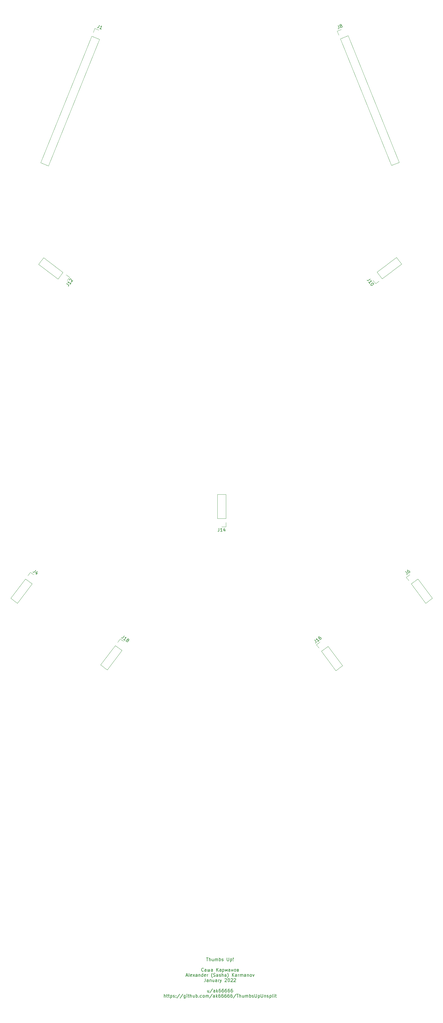
<source format=gto>
G04 #@! TF.GenerationSoftware,KiCad,Pcbnew,(5.1.4)-1*
G04 #@! TF.CreationDate,2022-01-29T22:41:38-05:00*
G04 #@! TF.ProjectId,ThumbsUpUnsplit,5468756d-6273-4557-9055-6e73706c6974,rev?*
G04 #@! TF.SameCoordinates,Original*
G04 #@! TF.FileFunction,Legend,Top*
G04 #@! TF.FilePolarity,Positive*
%FSLAX46Y46*%
G04 Gerber Fmt 4.6, Leading zero omitted, Abs format (unit mm)*
G04 Created by KiCad (PCBNEW (5.1.4)-1) date 2022-01-29 22:41:38*
%MOMM*%
%LPD*%
G04 APERTURE LIST*
%ADD10C,0.150000*%
%ADD11C,0.120000*%
%ADD12C,1.702000*%
%ADD13C,2.502000*%
%ADD14C,2.502000*%
%ADD15C,6.602000*%
%ADD16C,2.202000*%
%ADD17C,2.202000*%
%ADD18C,2.102000*%
%ADD19C,2.102000*%
%ADD20C,1.852000*%
%ADD21C,1.852000*%
%ADD22C,1.802000*%
%ADD23C,1.802000*%
%ADD24C,0.100000*%
%ADD25O,1.802000X1.802000*%
%ADD26R,1.802000X1.802000*%
%ADD27O,1.802000X2.802000*%
G04 APERTURE END LIST*
D10*
X76716476Y-3520380D02*
X77287904Y-3520380D01*
X77002190Y-4520380D02*
X77002190Y-3520380D01*
X77621238Y-4520380D02*
X77621238Y-3520380D01*
X78049809Y-4520380D02*
X78049809Y-3996571D01*
X78002190Y-3901333D01*
X77906952Y-3853714D01*
X77764095Y-3853714D01*
X77668857Y-3901333D01*
X77621238Y-3948952D01*
X78954571Y-3853714D02*
X78954571Y-4520380D01*
X78526000Y-3853714D02*
X78526000Y-4377523D01*
X78573619Y-4472761D01*
X78668857Y-4520380D01*
X78811714Y-4520380D01*
X78906952Y-4472761D01*
X78954571Y-4425142D01*
X79430761Y-4520380D02*
X79430761Y-3853714D01*
X79430761Y-3948952D02*
X79478380Y-3901333D01*
X79573619Y-3853714D01*
X79716476Y-3853714D01*
X79811714Y-3901333D01*
X79859333Y-3996571D01*
X79859333Y-4520380D01*
X79859333Y-3996571D02*
X79906952Y-3901333D01*
X80002190Y-3853714D01*
X80145047Y-3853714D01*
X80240285Y-3901333D01*
X80287904Y-3996571D01*
X80287904Y-4520380D01*
X80764095Y-4520380D02*
X80764095Y-3520380D01*
X80764095Y-3901333D02*
X80859333Y-3853714D01*
X81049809Y-3853714D01*
X81145047Y-3901333D01*
X81192666Y-3948952D01*
X81240285Y-4044190D01*
X81240285Y-4329904D01*
X81192666Y-4425142D01*
X81145047Y-4472761D01*
X81049809Y-4520380D01*
X80859333Y-4520380D01*
X80764095Y-4472761D01*
X81621238Y-4472761D02*
X81716476Y-4520380D01*
X81906952Y-4520380D01*
X82002190Y-4472761D01*
X82049809Y-4377523D01*
X82049809Y-4329904D01*
X82002190Y-4234666D01*
X81906952Y-4187047D01*
X81764095Y-4187047D01*
X81668857Y-4139428D01*
X81621238Y-4044190D01*
X81621238Y-3996571D01*
X81668857Y-3901333D01*
X81764095Y-3853714D01*
X81906952Y-3853714D01*
X82002190Y-3901333D01*
X83240285Y-3520380D02*
X83240285Y-4329904D01*
X83287904Y-4425142D01*
X83335523Y-4472761D01*
X83430761Y-4520380D01*
X83621238Y-4520380D01*
X83716476Y-4472761D01*
X83764095Y-4425142D01*
X83811714Y-4329904D01*
X83811714Y-3520380D01*
X84287904Y-3853714D02*
X84287904Y-4853714D01*
X84287904Y-3901333D02*
X84383142Y-3853714D01*
X84573619Y-3853714D01*
X84668857Y-3901333D01*
X84716476Y-3948952D01*
X84764095Y-4044190D01*
X84764095Y-4329904D01*
X84716476Y-4425142D01*
X84668857Y-4472761D01*
X84573619Y-4520380D01*
X84383142Y-4520380D01*
X84287904Y-4472761D01*
X85192666Y-4425142D02*
X85240285Y-4472761D01*
X85192666Y-4520380D01*
X85145047Y-4472761D01*
X85192666Y-4425142D01*
X85192666Y-4520380D01*
X85192666Y-4139428D02*
X85145047Y-3568000D01*
X85192666Y-3520380D01*
X85240285Y-3568000D01*
X85192666Y-4139428D01*
X85192666Y-3520380D01*
X75764095Y-7725142D02*
X75716476Y-7772761D01*
X75573619Y-7820380D01*
X75478380Y-7820380D01*
X75335523Y-7772761D01*
X75240285Y-7677523D01*
X75192666Y-7582285D01*
X75145047Y-7391809D01*
X75145047Y-7248952D01*
X75192666Y-7058476D01*
X75240285Y-6963238D01*
X75335523Y-6868000D01*
X75478380Y-6820380D01*
X75573619Y-6820380D01*
X75716476Y-6868000D01*
X75764095Y-6915619D01*
X76621238Y-7820380D02*
X76621238Y-7296571D01*
X76573619Y-7201333D01*
X76478380Y-7153714D01*
X76287904Y-7153714D01*
X76192666Y-7201333D01*
X76621238Y-7772761D02*
X76526000Y-7820380D01*
X76287904Y-7820380D01*
X76192666Y-7772761D01*
X76145047Y-7677523D01*
X76145047Y-7582285D01*
X76192666Y-7487047D01*
X76287904Y-7439428D01*
X76526000Y-7439428D01*
X76621238Y-7391809D01*
X77430761Y-7153714D02*
X77430761Y-7820380D01*
X77097428Y-7153714D02*
X77097428Y-7820380D01*
X77764095Y-7820380D01*
X77764095Y-7153714D01*
X78668857Y-7820380D02*
X78668857Y-7296571D01*
X78621238Y-7201333D01*
X78526000Y-7153714D01*
X78335523Y-7153714D01*
X78240285Y-7201333D01*
X78668857Y-7772761D02*
X78573619Y-7820380D01*
X78335523Y-7820380D01*
X78240285Y-7772761D01*
X78192666Y-7677523D01*
X78192666Y-7582285D01*
X78240285Y-7487047D01*
X78335523Y-7439428D01*
X78573619Y-7439428D01*
X78668857Y-7391809D01*
X79906952Y-7820380D02*
X79906952Y-6820380D01*
X80478380Y-7820380D02*
X80049809Y-7248952D01*
X80478380Y-6820380D02*
X79906952Y-7391809D01*
X81335523Y-7820380D02*
X81335523Y-7296571D01*
X81287904Y-7201333D01*
X81192666Y-7153714D01*
X81002190Y-7153714D01*
X80906952Y-7201333D01*
X81335523Y-7772761D02*
X81240285Y-7820380D01*
X81002190Y-7820380D01*
X80906952Y-7772761D01*
X80859333Y-7677523D01*
X80859333Y-7582285D01*
X80906952Y-7487047D01*
X81002190Y-7439428D01*
X81240285Y-7439428D01*
X81335523Y-7391809D01*
X81811714Y-7153714D02*
X81811714Y-8153714D01*
X81811714Y-7201333D02*
X81906952Y-7153714D01*
X82097428Y-7153714D01*
X82192666Y-7201333D01*
X82240285Y-7248952D01*
X82287904Y-7344190D01*
X82287904Y-7629904D01*
X82240285Y-7725142D01*
X82192666Y-7772761D01*
X82097428Y-7820380D01*
X81906952Y-7820380D01*
X81811714Y-7772761D01*
X82716476Y-7820380D02*
X82716476Y-7153714D01*
X83002190Y-7677523D01*
X83287904Y-7153714D01*
X83287904Y-7820380D01*
X84192666Y-7820380D02*
X84192666Y-7296571D01*
X84145047Y-7201333D01*
X84049809Y-7153714D01*
X83859333Y-7153714D01*
X83764095Y-7201333D01*
X84192666Y-7772761D02*
X84097428Y-7820380D01*
X83859333Y-7820380D01*
X83764095Y-7772761D01*
X83716476Y-7677523D01*
X83716476Y-7582285D01*
X83764095Y-7487047D01*
X83859333Y-7439428D01*
X84097428Y-7439428D01*
X84192666Y-7391809D01*
X84668857Y-7487047D02*
X85097428Y-7487047D01*
X84668857Y-7153714D02*
X84668857Y-7820380D01*
X85097428Y-7153714D02*
X85097428Y-7820380D01*
X85716476Y-7820380D02*
X85621238Y-7772761D01*
X85573619Y-7725142D01*
X85526000Y-7629904D01*
X85526000Y-7344190D01*
X85573619Y-7248952D01*
X85621238Y-7201333D01*
X85716476Y-7153714D01*
X85859333Y-7153714D01*
X85954571Y-7201333D01*
X86002190Y-7248952D01*
X86049809Y-7344190D01*
X86049809Y-7629904D01*
X86002190Y-7725142D01*
X85954571Y-7772761D01*
X85859333Y-7820380D01*
X85716476Y-7820380D01*
X86716476Y-7487047D02*
X86859333Y-7534666D01*
X86906952Y-7629904D01*
X86906952Y-7677523D01*
X86859333Y-7772761D01*
X86764095Y-7820380D01*
X86478380Y-7820380D01*
X86478380Y-7153714D01*
X86716476Y-7153714D01*
X86811714Y-7201333D01*
X86859333Y-7296571D01*
X86859333Y-7344190D01*
X86811714Y-7439428D01*
X86716476Y-7487047D01*
X86478380Y-7487047D01*
X70264095Y-9184666D02*
X70740285Y-9184666D01*
X70168857Y-9470380D02*
X70502190Y-8470380D01*
X70835523Y-9470380D01*
X71311714Y-9470380D02*
X71216476Y-9422761D01*
X71168857Y-9327523D01*
X71168857Y-8470380D01*
X72073619Y-9422761D02*
X71978380Y-9470380D01*
X71787904Y-9470380D01*
X71692666Y-9422761D01*
X71645047Y-9327523D01*
X71645047Y-8946571D01*
X71692666Y-8851333D01*
X71787904Y-8803714D01*
X71978380Y-8803714D01*
X72073619Y-8851333D01*
X72121238Y-8946571D01*
X72121238Y-9041809D01*
X71645047Y-9137047D01*
X72454571Y-9470380D02*
X72978380Y-8803714D01*
X72454571Y-8803714D02*
X72978380Y-9470380D01*
X73787904Y-9470380D02*
X73787904Y-8946571D01*
X73740285Y-8851333D01*
X73645047Y-8803714D01*
X73454571Y-8803714D01*
X73359333Y-8851333D01*
X73787904Y-9422761D02*
X73692666Y-9470380D01*
X73454571Y-9470380D01*
X73359333Y-9422761D01*
X73311714Y-9327523D01*
X73311714Y-9232285D01*
X73359333Y-9137047D01*
X73454571Y-9089428D01*
X73692666Y-9089428D01*
X73787904Y-9041809D01*
X74264095Y-8803714D02*
X74264095Y-9470380D01*
X74264095Y-8898952D02*
X74311714Y-8851333D01*
X74406952Y-8803714D01*
X74549809Y-8803714D01*
X74645047Y-8851333D01*
X74692666Y-8946571D01*
X74692666Y-9470380D01*
X75597428Y-9470380D02*
X75597428Y-8470380D01*
X75597428Y-9422761D02*
X75502190Y-9470380D01*
X75311714Y-9470380D01*
X75216476Y-9422761D01*
X75168857Y-9375142D01*
X75121238Y-9279904D01*
X75121238Y-8994190D01*
X75168857Y-8898952D01*
X75216476Y-8851333D01*
X75311714Y-8803714D01*
X75502190Y-8803714D01*
X75597428Y-8851333D01*
X76454571Y-9422761D02*
X76359333Y-9470380D01*
X76168857Y-9470380D01*
X76073619Y-9422761D01*
X76026000Y-9327523D01*
X76026000Y-8946571D01*
X76073619Y-8851333D01*
X76168857Y-8803714D01*
X76359333Y-8803714D01*
X76454571Y-8851333D01*
X76502190Y-8946571D01*
X76502190Y-9041809D01*
X76026000Y-9137047D01*
X76930761Y-9470380D02*
X76930761Y-8803714D01*
X76930761Y-8994190D02*
X76978380Y-8898952D01*
X77026000Y-8851333D01*
X77121238Y-8803714D01*
X77216476Y-8803714D01*
X78597428Y-9851333D02*
X78549809Y-9803714D01*
X78454571Y-9660857D01*
X78406952Y-9565619D01*
X78359333Y-9422761D01*
X78311714Y-9184666D01*
X78311714Y-8994190D01*
X78359333Y-8756095D01*
X78406952Y-8613238D01*
X78454571Y-8518000D01*
X78549809Y-8375142D01*
X78597428Y-8327523D01*
X78930761Y-9422761D02*
X79073619Y-9470380D01*
X79311714Y-9470380D01*
X79406952Y-9422761D01*
X79454571Y-9375142D01*
X79502190Y-9279904D01*
X79502190Y-9184666D01*
X79454571Y-9089428D01*
X79406952Y-9041809D01*
X79311714Y-8994190D01*
X79121238Y-8946571D01*
X79026000Y-8898952D01*
X78978380Y-8851333D01*
X78930761Y-8756095D01*
X78930761Y-8660857D01*
X78978380Y-8565619D01*
X79026000Y-8518000D01*
X79121238Y-8470380D01*
X79359333Y-8470380D01*
X79502190Y-8518000D01*
X80359333Y-9470380D02*
X80359333Y-8946571D01*
X80311714Y-8851333D01*
X80216476Y-8803714D01*
X80026000Y-8803714D01*
X79930761Y-8851333D01*
X80359333Y-9422761D02*
X80264095Y-9470380D01*
X80026000Y-9470380D01*
X79930761Y-9422761D01*
X79883142Y-9327523D01*
X79883142Y-9232285D01*
X79930761Y-9137047D01*
X80026000Y-9089428D01*
X80264095Y-9089428D01*
X80359333Y-9041809D01*
X80787904Y-9422761D02*
X80883142Y-9470380D01*
X81073619Y-9470380D01*
X81168857Y-9422761D01*
X81216476Y-9327523D01*
X81216476Y-9279904D01*
X81168857Y-9184666D01*
X81073619Y-9137047D01*
X80930761Y-9137047D01*
X80835523Y-9089428D01*
X80787904Y-8994190D01*
X80787904Y-8946571D01*
X80835523Y-8851333D01*
X80930761Y-8803714D01*
X81073619Y-8803714D01*
X81168857Y-8851333D01*
X81645047Y-9470380D02*
X81645047Y-8470380D01*
X82073619Y-9470380D02*
X82073619Y-8946571D01*
X82026000Y-8851333D01*
X81930761Y-8803714D01*
X81787904Y-8803714D01*
X81692666Y-8851333D01*
X81645047Y-8898952D01*
X82978380Y-9470380D02*
X82978380Y-8946571D01*
X82930761Y-8851333D01*
X82835523Y-8803714D01*
X82645047Y-8803714D01*
X82549809Y-8851333D01*
X82978380Y-9422761D02*
X82883142Y-9470380D01*
X82645047Y-9470380D01*
X82549809Y-9422761D01*
X82502190Y-9327523D01*
X82502190Y-9232285D01*
X82549809Y-9137047D01*
X82645047Y-9089428D01*
X82883142Y-9089428D01*
X82978380Y-9041809D01*
X83359333Y-9851333D02*
X83406952Y-9803714D01*
X83502190Y-9660857D01*
X83549809Y-9565619D01*
X83597428Y-9422761D01*
X83645047Y-9184666D01*
X83645047Y-8994190D01*
X83597428Y-8756095D01*
X83549809Y-8613238D01*
X83502190Y-8518000D01*
X83406952Y-8375142D01*
X83359333Y-8327523D01*
X84883142Y-9470380D02*
X84883142Y-8470380D01*
X85454571Y-9470380D02*
X85026000Y-8898952D01*
X85454571Y-8470380D02*
X84883142Y-9041809D01*
X86311714Y-9470380D02*
X86311714Y-8946571D01*
X86264095Y-8851333D01*
X86168857Y-8803714D01*
X85978380Y-8803714D01*
X85883142Y-8851333D01*
X86311714Y-9422761D02*
X86216476Y-9470380D01*
X85978380Y-9470380D01*
X85883142Y-9422761D01*
X85835523Y-9327523D01*
X85835523Y-9232285D01*
X85883142Y-9137047D01*
X85978380Y-9089428D01*
X86216476Y-9089428D01*
X86311714Y-9041809D01*
X86787904Y-9470380D02*
X86787904Y-8803714D01*
X86787904Y-8994190D02*
X86835523Y-8898952D01*
X86883142Y-8851333D01*
X86978380Y-8803714D01*
X87073619Y-8803714D01*
X87406952Y-9470380D02*
X87406952Y-8803714D01*
X87406952Y-8898952D02*
X87454571Y-8851333D01*
X87549809Y-8803714D01*
X87692666Y-8803714D01*
X87787904Y-8851333D01*
X87835523Y-8946571D01*
X87835523Y-9470380D01*
X87835523Y-8946571D02*
X87883142Y-8851333D01*
X87978380Y-8803714D01*
X88121238Y-8803714D01*
X88216476Y-8851333D01*
X88264095Y-8946571D01*
X88264095Y-9470380D01*
X89168857Y-9470380D02*
X89168857Y-8946571D01*
X89121238Y-8851333D01*
X89026000Y-8803714D01*
X88835523Y-8803714D01*
X88740285Y-8851333D01*
X89168857Y-9422761D02*
X89073619Y-9470380D01*
X88835523Y-9470380D01*
X88740285Y-9422761D01*
X88692666Y-9327523D01*
X88692666Y-9232285D01*
X88740285Y-9137047D01*
X88835523Y-9089428D01*
X89073619Y-9089428D01*
X89168857Y-9041809D01*
X89645047Y-8803714D02*
X89645047Y-9470380D01*
X89645047Y-8898952D02*
X89692666Y-8851333D01*
X89787904Y-8803714D01*
X89930761Y-8803714D01*
X90026000Y-8851333D01*
X90073619Y-8946571D01*
X90073619Y-9470380D01*
X90692666Y-9470380D02*
X90597428Y-9422761D01*
X90549809Y-9375142D01*
X90502190Y-9279904D01*
X90502190Y-8994190D01*
X90549809Y-8898952D01*
X90597428Y-8851333D01*
X90692666Y-8803714D01*
X90835523Y-8803714D01*
X90930761Y-8851333D01*
X90978380Y-8898952D01*
X91025999Y-8994190D01*
X91025999Y-9279904D01*
X90978380Y-9375142D01*
X90930761Y-9422761D01*
X90835523Y-9470380D01*
X90692666Y-9470380D01*
X91359333Y-8803714D02*
X91597428Y-9470380D01*
X91835523Y-8803714D01*
X76383142Y-10120380D02*
X76383142Y-10834666D01*
X76335523Y-10977523D01*
X76240285Y-11072761D01*
X76097428Y-11120380D01*
X76002190Y-11120380D01*
X77287904Y-11120380D02*
X77287904Y-10596571D01*
X77240285Y-10501333D01*
X77145047Y-10453714D01*
X76954571Y-10453714D01*
X76859333Y-10501333D01*
X77287904Y-11072761D02*
X77192666Y-11120380D01*
X76954571Y-11120380D01*
X76859333Y-11072761D01*
X76811714Y-10977523D01*
X76811714Y-10882285D01*
X76859333Y-10787047D01*
X76954571Y-10739428D01*
X77192666Y-10739428D01*
X77287904Y-10691809D01*
X77764095Y-10453714D02*
X77764095Y-11120380D01*
X77764095Y-10548952D02*
X77811714Y-10501333D01*
X77906952Y-10453714D01*
X78049809Y-10453714D01*
X78145047Y-10501333D01*
X78192666Y-10596571D01*
X78192666Y-11120380D01*
X79097428Y-10453714D02*
X79097428Y-11120380D01*
X78668857Y-10453714D02*
X78668857Y-10977523D01*
X78716476Y-11072761D01*
X78811714Y-11120380D01*
X78954571Y-11120380D01*
X79049809Y-11072761D01*
X79097428Y-11025142D01*
X80002190Y-11120380D02*
X80002190Y-10596571D01*
X79954571Y-10501333D01*
X79859333Y-10453714D01*
X79668857Y-10453714D01*
X79573619Y-10501333D01*
X80002190Y-11072761D02*
X79906952Y-11120380D01*
X79668857Y-11120380D01*
X79573619Y-11072761D01*
X79526000Y-10977523D01*
X79526000Y-10882285D01*
X79573619Y-10787047D01*
X79668857Y-10739428D01*
X79906952Y-10739428D01*
X80002190Y-10691809D01*
X80478380Y-11120380D02*
X80478380Y-10453714D01*
X80478380Y-10644190D02*
X80526000Y-10548952D01*
X80573619Y-10501333D01*
X80668857Y-10453714D01*
X80764095Y-10453714D01*
X81002190Y-10453714D02*
X81240285Y-11120380D01*
X81478380Y-10453714D02*
X81240285Y-11120380D01*
X81145047Y-11358476D01*
X81097428Y-11406095D01*
X81002190Y-11453714D01*
X82573619Y-10215619D02*
X82621238Y-10168000D01*
X82716476Y-10120380D01*
X82954571Y-10120380D01*
X83049809Y-10168000D01*
X83097428Y-10215619D01*
X83145047Y-10310857D01*
X83145047Y-10406095D01*
X83097428Y-10548952D01*
X82526000Y-11120380D01*
X83145047Y-11120380D01*
X83764095Y-10120380D02*
X83859333Y-10120380D01*
X83954571Y-10168000D01*
X84002190Y-10215619D01*
X84049809Y-10310857D01*
X84097428Y-10501333D01*
X84097428Y-10739428D01*
X84049809Y-10929904D01*
X84002190Y-11025142D01*
X83954571Y-11072761D01*
X83859333Y-11120380D01*
X83764095Y-11120380D01*
X83668857Y-11072761D01*
X83621238Y-11025142D01*
X83573619Y-10929904D01*
X83526000Y-10739428D01*
X83526000Y-10501333D01*
X83573619Y-10310857D01*
X83621238Y-10215619D01*
X83668857Y-10168000D01*
X83764095Y-10120380D01*
X84478380Y-10215619D02*
X84526000Y-10168000D01*
X84621238Y-10120380D01*
X84859333Y-10120380D01*
X84954571Y-10168000D01*
X85002190Y-10215619D01*
X85049809Y-10310857D01*
X85049809Y-10406095D01*
X85002190Y-10548952D01*
X84430761Y-11120380D01*
X85049809Y-11120380D01*
X85430761Y-10215619D02*
X85478380Y-10168000D01*
X85573619Y-10120380D01*
X85811714Y-10120380D01*
X85906952Y-10168000D01*
X85954571Y-10215619D01*
X86002190Y-10310857D01*
X86002190Y-10406095D01*
X85954571Y-10548952D01*
X85383142Y-11120380D01*
X86002190Y-11120380D01*
X77478380Y-13753714D02*
X77478380Y-14420380D01*
X77049809Y-13753714D02*
X77049809Y-14277523D01*
X77097428Y-14372761D01*
X77192666Y-14420380D01*
X77335523Y-14420380D01*
X77430761Y-14372761D01*
X77478380Y-14325142D01*
X78668857Y-13372761D02*
X77811714Y-14658476D01*
X79430761Y-14420380D02*
X79430761Y-13896571D01*
X79383142Y-13801333D01*
X79287904Y-13753714D01*
X79097428Y-13753714D01*
X79002190Y-13801333D01*
X79430761Y-14372761D02*
X79335523Y-14420380D01*
X79097428Y-14420380D01*
X79002190Y-14372761D01*
X78954571Y-14277523D01*
X78954571Y-14182285D01*
X79002190Y-14087047D01*
X79097428Y-14039428D01*
X79335523Y-14039428D01*
X79430761Y-13991809D01*
X79906952Y-14420380D02*
X79906952Y-13420380D01*
X80002190Y-14039428D02*
X80287904Y-14420380D01*
X80287904Y-13753714D02*
X79906952Y-14134666D01*
X81145047Y-13420380D02*
X80954571Y-13420380D01*
X80859333Y-13468000D01*
X80811714Y-13515619D01*
X80716476Y-13658476D01*
X80668857Y-13848952D01*
X80668857Y-14229904D01*
X80716476Y-14325142D01*
X80764095Y-14372761D01*
X80859333Y-14420380D01*
X81049809Y-14420380D01*
X81145047Y-14372761D01*
X81192666Y-14325142D01*
X81240285Y-14229904D01*
X81240285Y-13991809D01*
X81192666Y-13896571D01*
X81145047Y-13848952D01*
X81049809Y-13801333D01*
X80859333Y-13801333D01*
X80764095Y-13848952D01*
X80716476Y-13896571D01*
X80668857Y-13991809D01*
X82097428Y-13420380D02*
X81906952Y-13420380D01*
X81811714Y-13468000D01*
X81764095Y-13515619D01*
X81668857Y-13658476D01*
X81621238Y-13848952D01*
X81621238Y-14229904D01*
X81668857Y-14325142D01*
X81716476Y-14372761D01*
X81811714Y-14420380D01*
X82002190Y-14420380D01*
X82097428Y-14372761D01*
X82145047Y-14325142D01*
X82192666Y-14229904D01*
X82192666Y-13991809D01*
X82145047Y-13896571D01*
X82097428Y-13848952D01*
X82002190Y-13801333D01*
X81811714Y-13801333D01*
X81716476Y-13848952D01*
X81668857Y-13896571D01*
X81621238Y-13991809D01*
X83049809Y-13420380D02*
X82859333Y-13420380D01*
X82764095Y-13468000D01*
X82716476Y-13515619D01*
X82621238Y-13658476D01*
X82573619Y-13848952D01*
X82573619Y-14229904D01*
X82621238Y-14325142D01*
X82668857Y-14372761D01*
X82764095Y-14420380D01*
X82954571Y-14420380D01*
X83049809Y-14372761D01*
X83097428Y-14325142D01*
X83145047Y-14229904D01*
X83145047Y-13991809D01*
X83097428Y-13896571D01*
X83049809Y-13848952D01*
X82954571Y-13801333D01*
X82764095Y-13801333D01*
X82668857Y-13848952D01*
X82621238Y-13896571D01*
X82573619Y-13991809D01*
X84002190Y-13420380D02*
X83811714Y-13420380D01*
X83716476Y-13468000D01*
X83668857Y-13515619D01*
X83573619Y-13658476D01*
X83526000Y-13848952D01*
X83526000Y-14229904D01*
X83573619Y-14325142D01*
X83621238Y-14372761D01*
X83716476Y-14420380D01*
X83906952Y-14420380D01*
X84002190Y-14372761D01*
X84049809Y-14325142D01*
X84097428Y-14229904D01*
X84097428Y-13991809D01*
X84049809Y-13896571D01*
X84002190Y-13848952D01*
X83906952Y-13801333D01*
X83716476Y-13801333D01*
X83621238Y-13848952D01*
X83573619Y-13896571D01*
X83526000Y-13991809D01*
X84954571Y-13420380D02*
X84764095Y-13420380D01*
X84668857Y-13468000D01*
X84621238Y-13515619D01*
X84526000Y-13658476D01*
X84478380Y-13848952D01*
X84478380Y-14229904D01*
X84526000Y-14325142D01*
X84573619Y-14372761D01*
X84668857Y-14420380D01*
X84859333Y-14420380D01*
X84954571Y-14372761D01*
X85002190Y-14325142D01*
X85049809Y-14229904D01*
X85049809Y-13991809D01*
X85002190Y-13896571D01*
X84954571Y-13848952D01*
X84859333Y-13801333D01*
X84668857Y-13801333D01*
X84573619Y-13848952D01*
X84526000Y-13896571D01*
X84478380Y-13991809D01*
X63287904Y-16070380D02*
X63287904Y-15070380D01*
X63716476Y-16070380D02*
X63716476Y-15546571D01*
X63668857Y-15451333D01*
X63573619Y-15403714D01*
X63430761Y-15403714D01*
X63335523Y-15451333D01*
X63287904Y-15498952D01*
X64049809Y-15403714D02*
X64430761Y-15403714D01*
X64192666Y-15070380D02*
X64192666Y-15927523D01*
X64240285Y-16022761D01*
X64335523Y-16070380D01*
X64430761Y-16070380D01*
X64621238Y-15403714D02*
X65002190Y-15403714D01*
X64764095Y-15070380D02*
X64764095Y-15927523D01*
X64811714Y-16022761D01*
X64906952Y-16070380D01*
X65002190Y-16070380D01*
X65335523Y-15403714D02*
X65335523Y-16403714D01*
X65335523Y-15451333D02*
X65430761Y-15403714D01*
X65621238Y-15403714D01*
X65716476Y-15451333D01*
X65764095Y-15498952D01*
X65811714Y-15594190D01*
X65811714Y-15879904D01*
X65764095Y-15975142D01*
X65716476Y-16022761D01*
X65621238Y-16070380D01*
X65430761Y-16070380D01*
X65335523Y-16022761D01*
X66192666Y-16022761D02*
X66287904Y-16070380D01*
X66478380Y-16070380D01*
X66573619Y-16022761D01*
X66621238Y-15927523D01*
X66621238Y-15879904D01*
X66573619Y-15784666D01*
X66478380Y-15737047D01*
X66335523Y-15737047D01*
X66240285Y-15689428D01*
X66192666Y-15594190D01*
X66192666Y-15546571D01*
X66240285Y-15451333D01*
X66335523Y-15403714D01*
X66478380Y-15403714D01*
X66573619Y-15451333D01*
X67049809Y-15975142D02*
X67097428Y-16022761D01*
X67049809Y-16070380D01*
X67002190Y-16022761D01*
X67049809Y-15975142D01*
X67049809Y-16070380D01*
X67049809Y-15451333D02*
X67097428Y-15498952D01*
X67049809Y-15546571D01*
X67002190Y-15498952D01*
X67049809Y-15451333D01*
X67049809Y-15546571D01*
X68240285Y-15022761D02*
X67383142Y-16308476D01*
X69287904Y-15022761D02*
X68430761Y-16308476D01*
X70049809Y-15403714D02*
X70049809Y-16213238D01*
X70002190Y-16308476D01*
X69954571Y-16356095D01*
X69859333Y-16403714D01*
X69716476Y-16403714D01*
X69621238Y-16356095D01*
X70049809Y-16022761D02*
X69954571Y-16070380D01*
X69764095Y-16070380D01*
X69668857Y-16022761D01*
X69621238Y-15975142D01*
X69573619Y-15879904D01*
X69573619Y-15594190D01*
X69621238Y-15498952D01*
X69668857Y-15451333D01*
X69764095Y-15403714D01*
X69954571Y-15403714D01*
X70049809Y-15451333D01*
X70526000Y-16070380D02*
X70526000Y-15403714D01*
X70526000Y-15070380D02*
X70478380Y-15118000D01*
X70526000Y-15165619D01*
X70573619Y-15118000D01*
X70526000Y-15070380D01*
X70526000Y-15165619D01*
X70859333Y-15403714D02*
X71240285Y-15403714D01*
X71002190Y-15070380D02*
X71002190Y-15927523D01*
X71049809Y-16022761D01*
X71145047Y-16070380D01*
X71240285Y-16070380D01*
X71573619Y-16070380D02*
X71573619Y-15070380D01*
X72002190Y-16070380D02*
X72002190Y-15546571D01*
X71954571Y-15451333D01*
X71859333Y-15403714D01*
X71716476Y-15403714D01*
X71621238Y-15451333D01*
X71573619Y-15498952D01*
X72906952Y-15403714D02*
X72906952Y-16070380D01*
X72478380Y-15403714D02*
X72478380Y-15927523D01*
X72526000Y-16022761D01*
X72621238Y-16070380D01*
X72764095Y-16070380D01*
X72859333Y-16022761D01*
X72906952Y-15975142D01*
X73383142Y-16070380D02*
X73383142Y-15070380D01*
X73383142Y-15451333D02*
X73478380Y-15403714D01*
X73668857Y-15403714D01*
X73764095Y-15451333D01*
X73811714Y-15498952D01*
X73859333Y-15594190D01*
X73859333Y-15879904D01*
X73811714Y-15975142D01*
X73764095Y-16022761D01*
X73668857Y-16070380D01*
X73478380Y-16070380D01*
X73383142Y-16022761D01*
X74287904Y-15975142D02*
X74335523Y-16022761D01*
X74287904Y-16070380D01*
X74240285Y-16022761D01*
X74287904Y-15975142D01*
X74287904Y-16070380D01*
X75192666Y-16022761D02*
X75097428Y-16070380D01*
X74906952Y-16070380D01*
X74811714Y-16022761D01*
X74764095Y-15975142D01*
X74716476Y-15879904D01*
X74716476Y-15594190D01*
X74764095Y-15498952D01*
X74811714Y-15451333D01*
X74906952Y-15403714D01*
X75097428Y-15403714D01*
X75192666Y-15451333D01*
X75764095Y-16070380D02*
X75668857Y-16022761D01*
X75621238Y-15975142D01*
X75573619Y-15879904D01*
X75573619Y-15594190D01*
X75621238Y-15498952D01*
X75668857Y-15451333D01*
X75764095Y-15403714D01*
X75906952Y-15403714D01*
X76002190Y-15451333D01*
X76049809Y-15498952D01*
X76097428Y-15594190D01*
X76097428Y-15879904D01*
X76049809Y-15975142D01*
X76002190Y-16022761D01*
X75906952Y-16070380D01*
X75764095Y-16070380D01*
X76526000Y-16070380D02*
X76526000Y-15403714D01*
X76526000Y-15498952D02*
X76573619Y-15451333D01*
X76668857Y-15403714D01*
X76811714Y-15403714D01*
X76906952Y-15451333D01*
X76954571Y-15546571D01*
X76954571Y-16070380D01*
X76954571Y-15546571D02*
X77002190Y-15451333D01*
X77097428Y-15403714D01*
X77240285Y-15403714D01*
X77335523Y-15451333D01*
X77383142Y-15546571D01*
X77383142Y-16070380D01*
X78573619Y-15022761D02*
X77716476Y-16308476D01*
X79335523Y-16070380D02*
X79335523Y-15546571D01*
X79287904Y-15451333D01*
X79192666Y-15403714D01*
X79002190Y-15403714D01*
X78906952Y-15451333D01*
X79335523Y-16022761D02*
X79240285Y-16070380D01*
X79002190Y-16070380D01*
X78906952Y-16022761D01*
X78859333Y-15927523D01*
X78859333Y-15832285D01*
X78906952Y-15737047D01*
X79002190Y-15689428D01*
X79240285Y-15689428D01*
X79335523Y-15641809D01*
X79811714Y-16070380D02*
X79811714Y-15070380D01*
X79906952Y-15689428D02*
X80192666Y-16070380D01*
X80192666Y-15403714D02*
X79811714Y-15784666D01*
X81049809Y-15070380D02*
X80859333Y-15070380D01*
X80764095Y-15118000D01*
X80716476Y-15165619D01*
X80621238Y-15308476D01*
X80573619Y-15498952D01*
X80573619Y-15879904D01*
X80621238Y-15975142D01*
X80668857Y-16022761D01*
X80764095Y-16070380D01*
X80954571Y-16070380D01*
X81049809Y-16022761D01*
X81097428Y-15975142D01*
X81145047Y-15879904D01*
X81145047Y-15641809D01*
X81097428Y-15546571D01*
X81049809Y-15498952D01*
X80954571Y-15451333D01*
X80764095Y-15451333D01*
X80668857Y-15498952D01*
X80621238Y-15546571D01*
X80573619Y-15641809D01*
X82002190Y-15070380D02*
X81811714Y-15070380D01*
X81716476Y-15118000D01*
X81668857Y-15165619D01*
X81573619Y-15308476D01*
X81526000Y-15498952D01*
X81526000Y-15879904D01*
X81573619Y-15975142D01*
X81621238Y-16022761D01*
X81716476Y-16070380D01*
X81906952Y-16070380D01*
X82002190Y-16022761D01*
X82049809Y-15975142D01*
X82097428Y-15879904D01*
X82097428Y-15641809D01*
X82049809Y-15546571D01*
X82002190Y-15498952D01*
X81906952Y-15451333D01*
X81716476Y-15451333D01*
X81621238Y-15498952D01*
X81573619Y-15546571D01*
X81526000Y-15641809D01*
X82954571Y-15070380D02*
X82764095Y-15070380D01*
X82668857Y-15118000D01*
X82621238Y-15165619D01*
X82526000Y-15308476D01*
X82478380Y-15498952D01*
X82478380Y-15879904D01*
X82526000Y-15975142D01*
X82573619Y-16022761D01*
X82668857Y-16070380D01*
X82859333Y-16070380D01*
X82954571Y-16022761D01*
X83002190Y-15975142D01*
X83049809Y-15879904D01*
X83049809Y-15641809D01*
X83002190Y-15546571D01*
X82954571Y-15498952D01*
X82859333Y-15451333D01*
X82668857Y-15451333D01*
X82573619Y-15498952D01*
X82526000Y-15546571D01*
X82478380Y-15641809D01*
X83906952Y-15070380D02*
X83716476Y-15070380D01*
X83621238Y-15118000D01*
X83573619Y-15165619D01*
X83478380Y-15308476D01*
X83430761Y-15498952D01*
X83430761Y-15879904D01*
X83478380Y-15975142D01*
X83526000Y-16022761D01*
X83621238Y-16070380D01*
X83811714Y-16070380D01*
X83906952Y-16022761D01*
X83954571Y-15975142D01*
X84002190Y-15879904D01*
X84002190Y-15641809D01*
X83954571Y-15546571D01*
X83906952Y-15498952D01*
X83811714Y-15451333D01*
X83621238Y-15451333D01*
X83526000Y-15498952D01*
X83478380Y-15546571D01*
X83430761Y-15641809D01*
X84859333Y-15070380D02*
X84668857Y-15070380D01*
X84573619Y-15118000D01*
X84526000Y-15165619D01*
X84430761Y-15308476D01*
X84383142Y-15498952D01*
X84383142Y-15879904D01*
X84430761Y-15975142D01*
X84478380Y-16022761D01*
X84573619Y-16070380D01*
X84764095Y-16070380D01*
X84859333Y-16022761D01*
X84906952Y-15975142D01*
X84954571Y-15879904D01*
X84954571Y-15641809D01*
X84906952Y-15546571D01*
X84859333Y-15498952D01*
X84764095Y-15451333D01*
X84573619Y-15451333D01*
X84478380Y-15498952D01*
X84430761Y-15546571D01*
X84383142Y-15641809D01*
X86097428Y-15022761D02*
X85240285Y-16308476D01*
X86287904Y-15070380D02*
X86859333Y-15070380D01*
X86573619Y-16070380D02*
X86573619Y-15070380D01*
X87192666Y-16070380D02*
X87192666Y-15070380D01*
X87621238Y-16070380D02*
X87621238Y-15546571D01*
X87573619Y-15451333D01*
X87478380Y-15403714D01*
X87335523Y-15403714D01*
X87240285Y-15451333D01*
X87192666Y-15498952D01*
X88526000Y-15403714D02*
X88526000Y-16070380D01*
X88097428Y-15403714D02*
X88097428Y-15927523D01*
X88145047Y-16022761D01*
X88240285Y-16070380D01*
X88383142Y-16070380D01*
X88478380Y-16022761D01*
X88526000Y-15975142D01*
X89002190Y-16070380D02*
X89002190Y-15403714D01*
X89002190Y-15498952D02*
X89049809Y-15451333D01*
X89145047Y-15403714D01*
X89287904Y-15403714D01*
X89383142Y-15451333D01*
X89430761Y-15546571D01*
X89430761Y-16070380D01*
X89430761Y-15546571D02*
X89478380Y-15451333D01*
X89573619Y-15403714D01*
X89716476Y-15403714D01*
X89811714Y-15451333D01*
X89859333Y-15546571D01*
X89859333Y-16070380D01*
X90335523Y-16070380D02*
X90335523Y-15070380D01*
X90335523Y-15451333D02*
X90430761Y-15403714D01*
X90621238Y-15403714D01*
X90716476Y-15451333D01*
X90764095Y-15498952D01*
X90811714Y-15594190D01*
X90811714Y-15879904D01*
X90764095Y-15975142D01*
X90716476Y-16022761D01*
X90621238Y-16070380D01*
X90430761Y-16070380D01*
X90335523Y-16022761D01*
X91192666Y-16022761D02*
X91287904Y-16070380D01*
X91478380Y-16070380D01*
X91573619Y-16022761D01*
X91621238Y-15927523D01*
X91621238Y-15879904D01*
X91573619Y-15784666D01*
X91478380Y-15737047D01*
X91335523Y-15737047D01*
X91240285Y-15689428D01*
X91192666Y-15594190D01*
X91192666Y-15546571D01*
X91240285Y-15451333D01*
X91335523Y-15403714D01*
X91478380Y-15403714D01*
X91573619Y-15451333D01*
X92049809Y-15070380D02*
X92049809Y-15879904D01*
X92097428Y-15975142D01*
X92145047Y-16022761D01*
X92240285Y-16070380D01*
X92430761Y-16070380D01*
X92525999Y-16022761D01*
X92573619Y-15975142D01*
X92621238Y-15879904D01*
X92621238Y-15070380D01*
X93097428Y-15403714D02*
X93097428Y-16403714D01*
X93097428Y-15451333D02*
X93192666Y-15403714D01*
X93383142Y-15403714D01*
X93478380Y-15451333D01*
X93525999Y-15498952D01*
X93573619Y-15594190D01*
X93573619Y-15879904D01*
X93525999Y-15975142D01*
X93478380Y-16022761D01*
X93383142Y-16070380D01*
X93192666Y-16070380D01*
X93097428Y-16022761D01*
X94002190Y-15070380D02*
X94002190Y-15879904D01*
X94049809Y-15975142D01*
X94097428Y-16022761D01*
X94192666Y-16070380D01*
X94383142Y-16070380D01*
X94478380Y-16022761D01*
X94525999Y-15975142D01*
X94573619Y-15879904D01*
X94573619Y-15070380D01*
X95049809Y-15403714D02*
X95049809Y-16070380D01*
X95049809Y-15498952D02*
X95097428Y-15451333D01*
X95192666Y-15403714D01*
X95335523Y-15403714D01*
X95430761Y-15451333D01*
X95478380Y-15546571D01*
X95478380Y-16070380D01*
X95906952Y-16022761D02*
X96002190Y-16070380D01*
X96192666Y-16070380D01*
X96287904Y-16022761D01*
X96335523Y-15927523D01*
X96335523Y-15879904D01*
X96287904Y-15784666D01*
X96192666Y-15737047D01*
X96049809Y-15737047D01*
X95954571Y-15689428D01*
X95906952Y-15594190D01*
X95906952Y-15546571D01*
X95954571Y-15451333D01*
X96049809Y-15403714D01*
X96192666Y-15403714D01*
X96287904Y-15451333D01*
X96764095Y-15403714D02*
X96764095Y-16403714D01*
X96764095Y-15451333D02*
X96859333Y-15403714D01*
X97049809Y-15403714D01*
X97145047Y-15451333D01*
X97192666Y-15498952D01*
X97240285Y-15594190D01*
X97240285Y-15879904D01*
X97192666Y-15975142D01*
X97145047Y-16022761D01*
X97049809Y-16070380D01*
X96859333Y-16070380D01*
X96764095Y-16022761D01*
X97811714Y-16070380D02*
X97716476Y-16022761D01*
X97668857Y-15927523D01*
X97668857Y-15070380D01*
X98192666Y-16070380D02*
X98192666Y-15403714D01*
X98192666Y-15070380D02*
X98145047Y-15118000D01*
X98192666Y-15165619D01*
X98240285Y-15118000D01*
X98192666Y-15070380D01*
X98192666Y-15165619D01*
X98525999Y-15403714D02*
X98906952Y-15403714D01*
X98668857Y-15070380D02*
X98668857Y-15927523D01*
X98716476Y-16022761D01*
X98811714Y-16070380D01*
X98906952Y-16070380D01*
D11*
X20932044Y118470688D02*
X21994229Y117670274D01*
X20131630Y117408503D02*
X20932044Y118470688D01*
X19367325Y116394236D02*
X21491695Y114793408D01*
X21491695Y114793408D02*
X16869756Y108659887D01*
X19367325Y116394236D02*
X14745385Y110260715D01*
X14745385Y110260715D02*
X16869756Y108659887D01*
X139959586Y116869860D02*
X141021771Y117670274D01*
X140760000Y115807675D02*
X139959586Y116869860D01*
X141524305Y114793408D02*
X143648675Y116394236D01*
X143648675Y116394236D02*
X148270615Y110260715D01*
X141524305Y114793408D02*
X146146244Y108659887D01*
X146146244Y108659887D02*
X148270615Y110260715D01*
X49380044Y97388688D02*
X50442229Y96588274D01*
X48579630Y96326503D02*
X49380044Y97388688D01*
X47815325Y95312236D02*
X49939695Y93711408D01*
X49939695Y93711408D02*
X45317756Y87577887D01*
X47815325Y95312236D02*
X43193385Y89178715D01*
X43193385Y89178715D02*
X45317756Y87577887D01*
X111511586Y95533860D02*
X112573771Y96334274D01*
X112312000Y94471675D02*
X111511586Y95533860D01*
X113076305Y93457408D02*
X115200675Y95058236D01*
X115200675Y95058236D02*
X119822615Y88924715D01*
X113076305Y93457408D02*
X117698244Y87323887D01*
X117698244Y87323887D02*
X119822615Y88924715D01*
X82864000Y132862000D02*
X81534000Y132862000D01*
X82864000Y134192000D02*
X82864000Y132862000D01*
X82864000Y135462000D02*
X80204000Y135462000D01*
X80204000Y135462000D02*
X80204000Y143142000D01*
X82864000Y135462000D02*
X82864000Y143142000D01*
X82864000Y143142000D02*
X80204000Y143142000D01*
X33358599Y211843771D02*
X32558185Y210781586D01*
X32296414Y212644185D02*
X33358599Y211843771D01*
X31282147Y213408490D02*
X29681319Y211284120D01*
X29681319Y211284120D02*
X23547798Y215906059D01*
X31282147Y213408490D02*
X25148626Y218030430D01*
X25148626Y218030430D02*
X23547798Y215906059D01*
X130272140Y209809586D02*
X129471726Y210871771D01*
X131334325Y210610000D02*
X130272140Y209809586D01*
X132348592Y211374305D02*
X130747764Y213498675D01*
X130747764Y213498675D02*
X136881285Y218120615D01*
X132348592Y211374305D02*
X138482113Y215996244D01*
X138482113Y215996244D02*
X136881285Y218120615D01*
X118116006Y289730674D02*
X119349160Y290228901D01*
X118614232Y288497519D02*
X118116006Y289730674D01*
X119089983Y287319996D02*
X121556292Y288316449D01*
X121556292Y288316449D02*
X137754281Y248225019D01*
X119089983Y287319996D02*
X135287972Y247228566D01*
X135287972Y247228566D02*
X137754281Y248225019D01*
X41357748Y290578778D02*
X42590903Y290080552D01*
X40859521Y289345624D02*
X41357748Y290578778D01*
X40383771Y288168100D02*
X42850080Y287171647D01*
X42850080Y287171647D02*
X26652091Y247080217D01*
X40383771Y288168100D02*
X24185782Y248076670D01*
X24185782Y248076670D02*
X26652091Y247080217D01*
D10*
X22659397Y119106863D02*
X22229529Y118536409D01*
X22105525Y118450976D01*
X21972149Y118432231D01*
X21829400Y118480174D01*
X21753340Y118537490D01*
X23181367Y118296151D02*
X22780157Y117763728D01*
X23220479Y118743683D02*
X22600459Y118316518D01*
X23094853Y117943966D01*
X139824178Y118705653D02*
X140254046Y118135199D01*
X140301989Y117992450D01*
X140283245Y117859074D01*
X140197812Y117735070D01*
X140121751Y117677754D01*
X140546753Y119250152D02*
X140394632Y119135520D01*
X140347230Y119040174D01*
X140337857Y118973486D01*
X140347770Y118802080D01*
X140424371Y118621301D01*
X140653634Y118317059D01*
X140748980Y118269656D01*
X140815668Y118260284D01*
X140920387Y118279569D01*
X141072508Y118394201D01*
X141119910Y118489547D01*
X141129283Y118556235D01*
X141109997Y118660953D01*
X140966708Y118851104D01*
X140871362Y118898507D01*
X140804674Y118907879D01*
X140699956Y118888594D01*
X140547835Y118773963D01*
X140500432Y118678617D01*
X140491059Y118611928D01*
X140510345Y118507210D01*
X50727094Y98311441D02*
X50297227Y97740987D01*
X50173223Y97655554D01*
X50039846Y97636809D01*
X49897098Y97684753D01*
X49821037Y97742068D01*
X50923915Y96910991D02*
X50467552Y97254885D01*
X50695733Y97082938D02*
X51297548Y97881573D01*
X51135514Y97824798D01*
X51002138Y97806053D01*
X50897420Y97825339D01*
X51724172Y97023459D02*
X51676770Y97118805D01*
X51667397Y97185494D01*
X51686683Y97290212D01*
X51715341Y97328242D01*
X51810687Y97375645D01*
X51877375Y97385017D01*
X51982093Y97365732D01*
X52134214Y97251100D01*
X52181617Y97155754D01*
X52190989Y97089066D01*
X52171704Y96984348D01*
X52143046Y96946318D01*
X52047700Y96898915D01*
X51981012Y96889543D01*
X51876293Y96908828D01*
X51724172Y97023459D01*
X51619454Y97042745D01*
X51552766Y97033372D01*
X51457420Y96985970D01*
X51342788Y96833849D01*
X51323503Y96729130D01*
X51332875Y96662442D01*
X51380278Y96567096D01*
X51532399Y96452465D01*
X51637117Y96433179D01*
X51703806Y96442552D01*
X51799152Y96489954D01*
X51913783Y96642076D01*
X51933068Y96746794D01*
X51923696Y96813482D01*
X51876293Y96908828D01*
X110995876Y97083074D02*
X111425744Y96512620D01*
X111473687Y96369871D01*
X111454942Y96236495D01*
X111369509Y96112491D01*
X111293449Y96055176D01*
X112396326Y96886253D02*
X111939963Y96542359D01*
X112168145Y96714306D02*
X111566330Y97512942D01*
X111576243Y97341535D01*
X111557498Y97208159D01*
X111510095Y97112813D01*
X112479056Y98200730D02*
X112326935Y98086099D01*
X112279532Y97990753D01*
X112270160Y97924065D01*
X112280073Y97752658D01*
X112356674Y97571879D01*
X112585937Y97267637D01*
X112681283Y97220235D01*
X112747971Y97210862D01*
X112852689Y97230148D01*
X113004810Y97344779D01*
X113052213Y97440125D01*
X113061585Y97506813D01*
X113042300Y97611532D01*
X112899011Y97801683D01*
X112803665Y97849086D01*
X112736977Y97858458D01*
X112632258Y97839173D01*
X112480137Y97724541D01*
X112432735Y97629195D01*
X112423362Y97562507D01*
X112442648Y97457789D01*
X80724476Y132409619D02*
X80724476Y131695333D01*
X80676857Y131552476D01*
X80581619Y131457238D01*
X80438761Y131409619D01*
X80343523Y131409619D01*
X81724476Y131409619D02*
X81153047Y131409619D01*
X81438761Y131409619D02*
X81438761Y132409619D01*
X81343523Y132266761D01*
X81248285Y132171523D01*
X81153047Y132123904D01*
X82581619Y132076285D02*
X82581619Y131409619D01*
X82343523Y132457238D02*
X82105428Y131742952D01*
X82724476Y131742952D01*
X32432289Y209862821D02*
X33002743Y209432954D01*
X33088176Y209308950D01*
X33106921Y209175573D01*
X33058977Y209032825D01*
X33001662Y208956764D01*
X33832739Y210059642D02*
X33488845Y209603279D01*
X33660792Y209831460D02*
X32862157Y210433275D01*
X32918932Y210271241D01*
X32937677Y210137865D01*
X32918391Y210033147D01*
X33339427Y210908383D02*
X33330055Y210975071D01*
X33349340Y211079790D01*
X33492630Y211269941D01*
X33587976Y211317344D01*
X33654664Y211326716D01*
X33759382Y211307431D01*
X33835443Y211250115D01*
X33920876Y211126111D01*
X34033344Y210325854D01*
X34405897Y210820247D01*
X128623254Y211246035D02*
X128052800Y210816167D01*
X127910051Y210768224D01*
X127776675Y210786969D01*
X127652671Y210872402D01*
X127595356Y210948462D01*
X128426433Y209845585D02*
X128082539Y210301948D01*
X128254486Y210073766D02*
X129053122Y210675581D01*
X128881715Y210665668D01*
X128748339Y210684413D01*
X128652993Y210731816D01*
X129597621Y209953006D02*
X129654937Y209876946D01*
X129674222Y209772228D01*
X129664850Y209705539D01*
X129617447Y209610193D01*
X129493984Y209457532D01*
X129303833Y209314242D01*
X129123054Y209237641D01*
X129018335Y209218356D01*
X128951647Y209227728D01*
X128856301Y209275131D01*
X128798986Y209351191D01*
X128779700Y209455910D01*
X128789073Y209522598D01*
X128836475Y209617944D01*
X128959938Y209770606D01*
X129150090Y209913895D01*
X129330869Y209990496D01*
X129435587Y210009781D01*
X129502275Y210000409D01*
X129597621Y209953006D01*
X118460351Y291538958D02*
X118727927Y290876684D01*
X118737290Y290726391D01*
X118684664Y290602411D01*
X118570047Y290504744D01*
X118481744Y290469067D01*
X119194867Y291373493D02*
X119088726Y291381968D01*
X119026735Y291408281D01*
X118946907Y291478746D01*
X118929069Y291522897D01*
X118937543Y291629039D01*
X118963857Y291691029D01*
X119034321Y291770857D01*
X119210928Y291842211D01*
X119317070Y291833736D01*
X119379060Y291807423D01*
X119458888Y291736958D01*
X119476726Y291692807D01*
X119468252Y291586665D01*
X119441938Y291524675D01*
X119371474Y291444847D01*
X119194867Y291373493D01*
X119124402Y291293665D01*
X119098089Y291231675D01*
X119089614Y291125533D01*
X119160968Y290948926D01*
X119240796Y290878462D01*
X119302786Y290852148D01*
X119408928Y290843674D01*
X119585535Y290915027D01*
X119655999Y290994856D01*
X119682313Y291056846D01*
X119690787Y291162987D01*
X119619434Y291339594D01*
X119539605Y291410059D01*
X119477615Y291436372D01*
X119371474Y291444847D01*
X42861589Y291640347D02*
X42594013Y290978073D01*
X42496346Y290863456D01*
X42372366Y290810830D01*
X42222073Y290820194D01*
X42133769Y290855870D01*
X43414166Y290338556D02*
X42884347Y290552617D01*
X43149257Y290445587D02*
X43523863Y291372771D01*
X43382045Y291275993D01*
X43258065Y291223366D01*
X43151923Y291214892D01*
%LPC*%
D12*
X62503133Y138367804D03*
X57662612Y137465384D03*
D13*
X58625726Y139849174D03*
D14*
X58513344Y139571019D02*
X58738108Y140127329D01*
D15*
X59910252Y143028487D03*
D16*
X58216459Y147245025D03*
D17*
X57453136Y146871077D02*
X58979782Y147618973D01*
D18*
X64068233Y146579447D03*
D19*
X63980873Y146399535D02*
X64155593Y146759359D01*
D20*
X64801147Y141052437D03*
D21*
X64604120Y141132041D02*
X64998174Y140972833D01*
D20*
X55019357Y145004537D03*
D21*
X54822330Y145084141D02*
X55216384Y144924933D01*
D12*
X65969676Y144678752D03*
X62120431Y148498872D03*
D22*
X16607985Y110522486D03*
D23*
X16607985Y110522486D02*
X16607985Y110522486D01*
D22*
X18136595Y112551021D03*
D23*
X18136595Y112551021D02*
X18136595Y112551021D01*
D22*
X19665205Y114579555D03*
D23*
X19665205Y114579555D02*
X19665205Y114579555D01*
D22*
X21193815Y116608089D03*
D24*
G36*
X19932009Y116430754D02*
G01*
X21016480Y117869895D01*
X22455621Y116785424D01*
X21371150Y115346283D01*
X19932009Y116430754D01*
X19932009Y116430754D01*
G37*
D22*
X146408015Y110522486D03*
D23*
X146408015Y110522486D02*
X146408015Y110522486D01*
D22*
X144879405Y112551021D03*
D23*
X144879405Y112551021D02*
X144879405Y112551021D01*
D22*
X143350795Y114579555D03*
D23*
X143350795Y114579555D02*
X143350795Y114579555D01*
D22*
X141822185Y116608089D03*
D24*
G36*
X141644850Y115346283D02*
G01*
X140560379Y116785424D01*
X141999520Y117869895D01*
X143083991Y116430754D01*
X141644850Y115346283D01*
X141644850Y115346283D01*
G37*
D22*
X45055985Y89440486D03*
D23*
X45055985Y89440486D02*
X45055985Y89440486D01*
D22*
X46584595Y91469021D03*
D23*
X46584595Y91469021D02*
X46584595Y91469021D01*
D22*
X48113205Y93497555D03*
D23*
X48113205Y93497555D02*
X48113205Y93497555D01*
D22*
X49641815Y95526089D03*
D24*
G36*
X48380009Y95348754D02*
G01*
X49464480Y96787895D01*
X50903621Y95703424D01*
X49819150Y94264283D01*
X48380009Y95348754D01*
X48380009Y95348754D01*
G37*
D22*
X44950475Y-29350553D03*
D23*
X44950475Y-29350553D02*
X44950475Y-29350553D01*
D22*
X46514255Y-27349006D03*
D23*
X46514255Y-27349006D02*
X46514255Y-27349006D01*
D22*
X48078035Y-25347458D03*
D23*
X48078035Y-25347458D02*
X48078035Y-25347458D01*
D22*
X49641815Y-23345911D03*
D24*
G36*
X50906524Y-23190624D02*
G01*
X49797102Y-24610620D01*
X48377106Y-23501198D01*
X49486528Y-22081202D01*
X50906524Y-23190624D01*
X50906524Y-23190624D01*
G37*
D22*
X117960015Y89186486D03*
D23*
X117960015Y89186486D02*
X117960015Y89186486D01*
D22*
X116431405Y91215021D03*
D23*
X116431405Y91215021D02*
X116431405Y91215021D01*
D22*
X114902795Y93243555D03*
D23*
X114902795Y93243555D02*
X114902795Y93243555D01*
D22*
X113374185Y95272089D03*
D24*
G36*
X113196850Y94010283D02*
G01*
X112112379Y95449424D01*
X113551520Y96533895D01*
X114635991Y95094754D01*
X113196850Y94010283D01*
X113196850Y94010283D01*
G37*
D22*
X118065525Y-29604553D03*
D23*
X118065525Y-29604553D02*
X118065525Y-29604553D01*
D22*
X116501745Y-27603006D03*
D23*
X116501745Y-27603006D02*
X116501745Y-27603006D01*
D22*
X114937965Y-25601458D03*
D23*
X114937965Y-25601458D02*
X114937965Y-25601458D01*
D22*
X113374185Y-23599911D03*
D24*
G36*
X113529472Y-22335202D02*
G01*
X114638894Y-23755198D01*
X113218898Y-24864620D01*
X112109476Y-23444624D01*
X113529472Y-22335202D01*
X113529472Y-22335202D01*
G37*
D25*
X81534000Y141812000D03*
X81534000Y139272000D03*
X81534000Y136732000D03*
D26*
X81534000Y134192000D03*
D25*
X81534000Y22940000D03*
X81534000Y20400000D03*
X81534000Y17860000D03*
D26*
X81534000Y15320000D03*
D22*
X25410397Y216167830D03*
D23*
X25410397Y216167830D02*
X25410397Y216167830D01*
D22*
X27438932Y214639220D03*
D23*
X27438932Y214639220D02*
X27438932Y214639220D01*
D22*
X29467466Y213110610D03*
D23*
X29467466Y213110610D02*
X29467466Y213110610D01*
D22*
X31496000Y211582000D03*
D24*
G36*
X31318665Y212843806D02*
G01*
X32757806Y211759335D01*
X31673335Y210320194D01*
X30234194Y211404665D01*
X31318665Y212843806D01*
X31318665Y212843806D01*
G37*
D22*
X25918397Y99581830D03*
D23*
X25918397Y99581830D02*
X25918397Y99581830D01*
D22*
X27946932Y98053220D03*
D23*
X27946932Y98053220D02*
X27946932Y98053220D01*
D22*
X29975466Y96524610D03*
D23*
X29975466Y96524610D02*
X29975466Y96524610D01*
D22*
X32004000Y94996000D03*
D24*
G36*
X32181335Y93734194D02*
G01*
X30742194Y94818665D01*
X31826665Y96257806D01*
X33265806Y95173335D01*
X32181335Y93734194D01*
X32181335Y93734194D01*
G37*
D22*
X136619514Y216258015D03*
D23*
X136619514Y216258015D02*
X136619514Y216258015D01*
D22*
X134590979Y214729405D03*
D23*
X134590979Y214729405D02*
X134590979Y214729405D01*
D22*
X132562445Y213200795D03*
D23*
X132562445Y213200795D02*
X132562445Y213200795D01*
D22*
X130533911Y211672185D03*
D24*
G36*
X131795717Y211494850D02*
G01*
X130356576Y210410379D01*
X129272105Y211849520D01*
X130711246Y212933991D01*
X131795717Y211494850D01*
X131795717Y211494850D01*
G37*
D22*
X137127514Y99672015D03*
D23*
X137127514Y99672015D02*
X137127514Y99672015D01*
D22*
X135098979Y98143405D03*
D23*
X135098979Y98143405D02*
X135098979Y98143405D01*
D22*
X133070445Y96614795D03*
D23*
X133070445Y96614795D02*
X133070445Y96614795D01*
D22*
X131041911Y95086185D03*
D24*
G36*
X129780105Y95263520D02*
G01*
X131219246Y96347991D01*
X132303717Y94908850D01*
X130864576Y93824379D01*
X129780105Y95263520D01*
X129780105Y95263520D01*
G37*
D12*
X115326018Y123860545D03*
X112470913Y119848891D03*
D13*
X111507799Y122232681D03*
D14*
X111620181Y121954526D02*
X111395417Y122510836D01*
D15*
X110223273Y125411994D03*
D16*
X106075807Y127268510D03*
D17*
X105786484Y126469265D02*
X106365130Y128067755D01*
D18*
X110747570Y130854717D03*
D19*
X110809705Y130664614D02*
X110685435Y131044820D01*
D20*
X115114168Y127388044D03*
D21*
X114917141Y127308440D02*
X115311195Y127467648D01*
D20*
X105332378Y123435944D03*
D21*
X105135351Y123356340D02*
X105529405Y123515548D01*
D12*
X113435688Y130808325D03*
X108013094Y130882379D03*
X27581323Y-14390926D03*
X22672176Y-14009778D03*
D13*
X24219442Y-11956486D03*
D14*
X24038897Y-12196077D02*
X24399987Y-11716895D01*
D15*
X26283066Y-9217965D03*
D16*
X25738308Y-4706716D03*
D17*
X24904209Y-4870360D02*
X26572407Y-4543072D01*
D18*
X31218424Y-6864166D03*
D19*
X31087476Y-7015337D02*
X31349372Y-6712995D01*
D20*
X30495868Y-12392539D03*
D21*
X30326158Y-12264653D02*
X30665578Y-12520425D01*
D20*
X22070264Y-6043391D03*
D21*
X21900554Y-5915505D02*
X22239974Y-6171277D01*
D12*
X32563140Y-9192226D03*
X29833775Y-4506015D03*
X42755397Y-25825411D03*
X37846250Y-25444263D03*
D13*
X39393516Y-23390971D03*
D14*
X39212971Y-23630562D02*
X39574061Y-23151380D01*
D15*
X41457140Y-20652450D03*
D16*
X40912382Y-16141201D03*
D17*
X40078283Y-16304845D02*
X41746481Y-15977557D01*
D18*
X46392498Y-18298651D03*
D19*
X46261550Y-18449822D02*
X46523446Y-18147480D01*
D20*
X45669942Y-23827024D03*
D21*
X45500232Y-23699138D02*
X45839652Y-23954910D01*
D20*
X37244338Y-17477876D03*
D21*
X37074628Y-17349990D02*
X37414048Y-17605762D01*
D12*
X47737214Y-20626711D03*
X45007849Y-15940500D03*
X126889278Y-20830347D03*
X125169750Y-25444263D03*
D13*
X123622484Y-23390971D03*
D14*
X123803029Y-23630562D02*
X123441939Y-23151380D01*
D15*
X121558860Y-20652450D03*
D16*
X117072214Y-19932636D03*
D17*
X116999610Y-20779530D02*
X117144818Y-19085742D01*
D18*
X120656612Y-15259485D03*
D19*
X120765832Y-15427029D02*
X120547392Y-15091941D01*
D20*
X125771662Y-17477876D03*
D21*
X125601952Y-17605762D02*
X125941372Y-17349990D01*
D20*
X117346058Y-23827024D03*
D21*
X117176348Y-23954910D02*
X117515768Y-23699138D01*
D12*
X123265141Y-14608561D03*
X118008151Y-15940500D03*
X142063352Y-9395862D03*
X140343824Y-14009778D03*
D13*
X138796558Y-11956486D03*
D14*
X138977103Y-12196077D02*
X138616013Y-11716895D01*
D15*
X136732934Y-9217965D03*
D16*
X132246288Y-8498151D03*
D17*
X132173684Y-9345045D02*
X132318892Y-7651257D01*
D18*
X135830686Y-3825000D03*
D19*
X135939906Y-3992544D02*
X135721466Y-3657456D01*
D20*
X140945736Y-6043391D03*
D21*
X140776026Y-6171277D02*
X141115446Y-5915505D01*
D20*
X132520132Y-12392539D03*
D21*
X132350422Y-12520425D02*
X132689842Y-12264653D01*
D12*
X138439215Y-3174076D03*
X133182225Y-4506015D03*
D22*
X141822185Y-2263911D03*
D24*
G36*
X141977472Y-999202D02*
G01*
X143086894Y-2419198D01*
X141666898Y-3528620D01*
X140557476Y-2108624D01*
X141977472Y-999202D01*
X141977472Y-999202D01*
G37*
D22*
X143385965Y-4265458D03*
D23*
X143385965Y-4265458D02*
X143385965Y-4265458D01*
D22*
X144949745Y-6267006D03*
D23*
X144949745Y-6267006D02*
X144949745Y-6267006D01*
D22*
X146513525Y-8268553D03*
D23*
X146513525Y-8268553D02*
X146513525Y-8268553D01*
D22*
X120415324Y172261397D03*
D24*
G36*
X120913196Y173434310D02*
G01*
X121588237Y171763525D01*
X119917452Y171088484D01*
X119242411Y172759269D01*
X120913196Y173434310D01*
X120913196Y173434310D01*
G37*
D22*
X121366825Y169906350D03*
D23*
X121366825Y169906350D02*
X121366825Y169906350D01*
D22*
X122318325Y167551303D03*
D23*
X122318325Y167551303D02*
X122318325Y167551303D01*
D22*
X123269826Y165196256D03*
D23*
X123269826Y165196256D02*
X123269826Y165196256D01*
D22*
X124221327Y162841209D03*
D23*
X124221327Y162841209D02*
X124221327Y162841209D01*
D22*
X125172828Y160486162D03*
D23*
X125172828Y160486162D02*
X125172828Y160486162D01*
D22*
X126124328Y158131115D03*
D23*
X126124328Y158131115D02*
X126124328Y158131115D01*
D22*
X127075829Y155776068D03*
D23*
X127075829Y155776068D02*
X127075829Y155776068D01*
D22*
X128027330Y153421021D03*
D23*
X128027330Y153421021D02*
X128027330Y153421021D01*
D22*
X128978831Y151065974D03*
D23*
X128978831Y151065974D02*
X128978831Y151065974D01*
D22*
X129930331Y148710927D03*
D23*
X129930331Y148710927D02*
X129930331Y148710927D01*
D22*
X130881832Y146355880D03*
D23*
X130881832Y146355880D02*
X130881832Y146355880D01*
D22*
X131833333Y144000833D03*
D23*
X131833333Y144000833D02*
X131833333Y144000833D01*
D22*
X132784834Y141645786D03*
D23*
X132784834Y141645786D02*
X132784834Y141645786D01*
D22*
X133736334Y139290739D03*
D23*
X133736334Y139290739D02*
X133736334Y139290739D01*
D22*
X134687835Y136935692D03*
D23*
X134687835Y136935692D02*
X134687835Y136935692D01*
D22*
X135639336Y134580645D03*
D23*
X135639336Y134580645D02*
X135639336Y134580645D01*
D22*
X136590837Y132225598D03*
D23*
X136590837Y132225598D02*
X136590837Y132225598D01*
D22*
X42600676Y172261397D03*
D24*
G36*
X43773589Y172759269D02*
G01*
X43098548Y171088484D01*
X41427763Y171763525D01*
X42102804Y173434310D01*
X43773589Y172759269D01*
X43773589Y172759269D01*
G37*
D22*
X41649175Y169906350D03*
D23*
X41649175Y169906350D02*
X41649175Y169906350D01*
D22*
X40697675Y167551303D03*
D23*
X40697675Y167551303D02*
X40697675Y167551303D01*
D22*
X39746174Y165196256D03*
D23*
X39746174Y165196256D02*
X39746174Y165196256D01*
D22*
X38794673Y162841209D03*
D23*
X38794673Y162841209D02*
X38794673Y162841209D01*
D22*
X37843172Y160486162D03*
D23*
X37843172Y160486162D02*
X37843172Y160486162D01*
D22*
X36891672Y158131115D03*
D23*
X36891672Y158131115D02*
X36891672Y158131115D01*
D22*
X35940171Y155776068D03*
D23*
X35940171Y155776068D02*
X35940171Y155776068D01*
D22*
X34988670Y153421021D03*
D23*
X34988670Y153421021D02*
X34988670Y153421021D01*
D22*
X34037169Y151065974D03*
D23*
X34037169Y151065974D02*
X34037169Y151065974D01*
D22*
X33085669Y148710927D03*
D23*
X33085669Y148710927D02*
X33085669Y148710927D01*
D22*
X32134168Y146355880D03*
D23*
X32134168Y146355880D02*
X32134168Y146355880D01*
D22*
X31182667Y144000833D03*
D23*
X31182667Y144000833D02*
X31182667Y144000833D01*
D22*
X30231166Y141645786D03*
D23*
X30231166Y141645786D02*
X30231166Y141645786D01*
D22*
X29279666Y139290739D03*
D23*
X29279666Y139290739D02*
X29279666Y139290739D01*
D22*
X28328165Y136935692D03*
D23*
X28328165Y136935692D02*
X28328165Y136935692D01*
D22*
X27376664Y134580645D03*
D23*
X27376664Y134580645D02*
X27376664Y134580645D01*
D22*
X26425163Y132225598D03*
D23*
X26425163Y132225598D02*
X26425163Y132225598D01*
D22*
X21193815Y-2263911D03*
D24*
G36*
X22458524Y-2108624D02*
G01*
X21349102Y-3528620D01*
X19929106Y-2419198D01*
X21038528Y-999202D01*
X22458524Y-2108624D01*
X22458524Y-2108624D01*
G37*
D22*
X19630035Y-4265458D03*
D23*
X19630035Y-4265458D02*
X19630035Y-4265458D01*
D22*
X18066255Y-6267006D03*
D23*
X18066255Y-6267006D02*
X18066255Y-6267006D01*
D22*
X16502475Y-8268553D03*
D23*
X16502475Y-8268553D02*
X16502475Y-8268553D01*
D12*
X50880346Y160320271D03*
X46039825Y159417851D03*
D13*
X47002939Y161801641D03*
D14*
X46890557Y161523486D02*
X47115321Y162079796D01*
D15*
X48287465Y164980954D03*
D16*
X46593672Y169197492D03*
D17*
X45830349Y168823544D02*
X47356995Y169571440D01*
D18*
X52445446Y168531914D03*
D19*
X52358086Y168352002D02*
X52532806Y168711826D01*
D20*
X53178360Y163004904D03*
D21*
X52981333Y163084508D02*
X53375387Y162925300D01*
D20*
X43396570Y166957004D03*
D21*
X43199543Y167036608D02*
X43593597Y166877400D01*
D12*
X54346889Y166631219D03*
X50497644Y170451339D03*
X69620659Y155984298D03*
X64780138Y155081878D03*
D13*
X65743252Y157465668D03*
D14*
X65630870Y157187513D02*
X65855634Y157743823D01*
D15*
X67027778Y160644981D03*
D16*
X65333985Y164861519D03*
D17*
X64570662Y164487571D02*
X66097308Y165235467D01*
D18*
X71185759Y164195941D03*
D19*
X71098399Y164016029D02*
X71273119Y164375853D01*
D20*
X71918673Y158668931D03*
D21*
X71721646Y158748535D02*
X72115700Y158589327D01*
D20*
X62136883Y162621031D03*
D21*
X61939856Y162700635D02*
X62333910Y162541427D01*
D12*
X73087202Y162295246D03*
X69237957Y166115366D03*
X36645295Y125087285D03*
X31804774Y124184865D03*
D13*
X32767888Y126568655D03*
D14*
X32655506Y126290500D02*
X32880270Y126846810D01*
D15*
X34052414Y129747968D03*
D16*
X32358621Y133964506D03*
D17*
X31595298Y133590558D02*
X33121944Y134338454D01*
D18*
X38210395Y133298928D03*
D19*
X38123035Y133119016D02*
X38297755Y133478840D01*
D20*
X38943309Y127771918D03*
D21*
X38746282Y127851522D02*
X39140336Y127692314D01*
D20*
X29161519Y131724018D03*
D21*
X28964492Y131803622D02*
X29358546Y131644414D01*
D12*
X40111838Y131398233D03*
X36262593Y135218353D03*
X55385608Y120751311D03*
X50545087Y119848891D03*
D13*
X51508201Y122232681D03*
D14*
X51395819Y121954526D02*
X51620583Y122510836D01*
D15*
X52792727Y125411994D03*
D16*
X51098934Y129628532D03*
D17*
X50335611Y129254584D02*
X51862257Y130002480D01*
D18*
X56950708Y128962954D03*
D19*
X56863348Y128783042D02*
X57038068Y129142866D01*
D20*
X57683622Y123435944D03*
D21*
X57486595Y123515548D02*
X57880649Y123356340D01*
D20*
X47901832Y127388044D03*
D21*
X47704805Y127467648D02*
X48098859Y127308440D01*
D12*
X58852151Y127062259D03*
X55002906Y130882379D03*
X43762820Y142703778D03*
X38922299Y141801358D03*
D13*
X39885413Y144185148D03*
D14*
X39773031Y143906993D02*
X39997795Y144463303D01*
D15*
X41169939Y147364461D03*
D16*
X39476146Y151580999D03*
D17*
X38712823Y151207051D02*
X40239469Y151954947D01*
D18*
X45327920Y150915421D03*
D19*
X45240560Y150735509D02*
X45415280Y151095333D01*
D20*
X46060834Y145388411D03*
D21*
X45863807Y145468015D02*
X46257861Y145308807D01*
D20*
X36279044Y149340511D03*
D21*
X36082017Y149420115D02*
X36476071Y149260907D01*
D12*
X47229363Y149014726D03*
X43380118Y152834846D03*
X108208493Y141477038D03*
X105353388Y137465384D03*
D13*
X104390274Y139849174D03*
D14*
X104502656Y139571019D02*
X104277892Y140127329D01*
D15*
X103105748Y143028487D03*
D16*
X98958282Y144885003D03*
D17*
X98668959Y144085758D02*
X99247605Y145684248D01*
D18*
X103630045Y148471210D03*
D19*
X103692180Y148281107D02*
X103567910Y148661313D01*
D20*
X107996643Y145004537D03*
D21*
X107799616Y144924933D02*
X108193670Y145084141D01*
D20*
X98214853Y141052437D03*
D21*
X98017826Y140972833D02*
X98411880Y141132041D01*
D12*
X106318163Y148424818D03*
X100895569Y148498872D03*
X119831280Y163429505D03*
X116976175Y159417851D03*
D13*
X116013061Y161801641D03*
D14*
X116125443Y161523486D02*
X115900679Y162079796D01*
D15*
X114728535Y164980954D03*
D16*
X110581069Y166837470D03*
D17*
X110291746Y166038225D02*
X110870392Y167636715D01*
D18*
X115252832Y170423677D03*
D19*
X115314967Y170233574D02*
X115190697Y170613780D01*
D20*
X119619430Y166957004D03*
D21*
X119422403Y166877400D02*
X119816457Y167036608D01*
D20*
X109837640Y163004904D03*
D21*
X109640613Y162925300D02*
X110034667Y163084508D01*
D12*
X117940950Y170377285D03*
X112518356Y170451339D03*
X126918088Y145889041D03*
X124062983Y141877387D03*
D13*
X123099869Y144261177D03*
D14*
X123212251Y143983022D02*
X122987487Y144539332D01*
D15*
X121815343Y147440490D03*
D16*
X117667877Y149297006D03*
D17*
X117378554Y148497761D02*
X117957200Y150096251D01*
D18*
X122339640Y152883213D03*
D19*
X122401775Y152693110D02*
X122277505Y153073316D01*
D20*
X126706238Y149416540D03*
D21*
X126509211Y149336936D02*
X126903265Y149496144D01*
D20*
X116924448Y145464440D03*
D21*
X116727421Y145384836D02*
X117121475Y145544044D01*
D12*
X125027758Y152836821D03*
X119605164Y152910875D03*
X134066331Y128196519D03*
X131211226Y124184865D03*
D13*
X130248112Y126568655D03*
D14*
X130360494Y126290500D02*
X130135730Y126846810D01*
D15*
X128963586Y129747968D03*
D16*
X124816120Y131604484D03*
D17*
X124526797Y130805239D02*
X125105443Y132403729D01*
D18*
X129487883Y135190691D03*
D19*
X129550018Y135000588D02*
X129425748Y135380794D01*
D20*
X133854481Y131724018D03*
D21*
X133657454Y131644414D02*
X134051508Y131803622D01*
D20*
X124072691Y127771918D03*
D21*
X123875664Y127692314D02*
X124269718Y127851522D01*
D12*
X132176001Y135144299D03*
X126753407Y135218353D03*
X101090967Y159093532D03*
X98235862Y155081878D03*
D13*
X97272748Y157465668D03*
D14*
X97385130Y157187513D02*
X97160366Y157743823D01*
D15*
X95988222Y160644981D03*
D16*
X91840756Y162501497D03*
D17*
X91551433Y161702252D02*
X92130079Y163300742D01*
D18*
X96512519Y166087704D03*
D19*
X96574654Y165897601D02*
X96450384Y166277807D01*
D20*
X100879117Y162621031D03*
D21*
X100682090Y162541427D02*
X101076144Y162700635D01*
D20*
X91097327Y158668931D03*
D21*
X90900300Y158589327D02*
X91294354Y158748535D01*
D12*
X99200637Y166041312D03*
X93778043Y166115366D03*
D27*
X77922000Y164012000D03*
X85222000Y164012000D03*
X85222000Y159512000D03*
X77922000Y159512000D03*
D12*
X195587560Y283056006D03*
X201010154Y282981952D03*
D20*
X192906844Y275609571D03*
D21*
X192709817Y275529967D02*
X193103871Y275689175D01*
D20*
X202688634Y279561671D03*
D21*
X202491607Y279482067D02*
X202885661Y279641275D01*
D18*
X198322036Y283028344D03*
D19*
X198384171Y282838241D02*
X198259901Y283218447D01*
D16*
X193650273Y279442137D03*
D17*
X193360950Y278642892D02*
X193939596Y280241382D01*
D15*
X197797739Y277585621D03*
D13*
X199082265Y274406308D03*
D14*
X199194647Y274128153D02*
X198969883Y274684463D01*
D12*
X200045379Y272022518D03*
X202900484Y276034172D03*
X188470035Y300672499D03*
X193892629Y300598445D03*
D20*
X185789319Y293226064D03*
D21*
X185592292Y293146460D02*
X185986346Y293305668D01*
D20*
X195571109Y297178164D03*
D21*
X195374082Y297098560D02*
X195768136Y297257768D01*
D18*
X191204511Y300644837D03*
D19*
X191266646Y300454734D02*
X191142376Y300834940D01*
D16*
X186532748Y297058630D03*
D17*
X186243425Y296259385D02*
X186822071Y297857875D01*
D15*
X190680214Y295202114D03*
D13*
X191964740Y292022801D03*
D14*
X192077122Y291744646D02*
X191852358Y292300956D01*
D12*
X192927854Y289639011D03*
X195782959Y293650665D03*
X181352509Y318288992D03*
X186775103Y318214938D03*
D20*
X178671793Y310842557D03*
D21*
X178474766Y310762953D02*
X178868820Y310922161D01*
D20*
X188453583Y314794657D03*
D21*
X188256556Y314715053D02*
X188650610Y314874261D01*
D18*
X184086985Y318261330D03*
D19*
X184149120Y318071227D02*
X184024850Y318451433D01*
D16*
X179415222Y314675123D03*
D17*
X179125899Y313875878D02*
X179704545Y315474368D01*
D15*
X183562688Y312818607D03*
D13*
X184847214Y309639294D03*
D14*
X184959596Y309361139D02*
X184734832Y309917449D01*
D12*
X185810328Y307255504D03*
X188665433Y311267158D03*
X179469493Y272229745D03*
X184892087Y272155691D03*
D20*
X176788777Y264783310D03*
D21*
X176591750Y264703706D02*
X176985804Y264862914D01*
D20*
X186570567Y268735410D03*
D21*
X186373540Y268655806D02*
X186767594Y268815014D01*
D18*
X182203969Y272202083D03*
D19*
X182266104Y272011980D02*
X182141834Y272392186D01*
D16*
X177532206Y268615876D03*
D17*
X177242883Y267816631D02*
X177821529Y269415121D01*
D15*
X181679672Y266759360D03*
D13*
X182964198Y263580047D03*
D14*
X183076580Y263301892D02*
X182851816Y263858202D01*
D12*
X183927312Y261196257D03*
X186782417Y265207911D03*
X172351968Y289846238D03*
X177774562Y289772184D03*
D20*
X169671252Y282399803D03*
D21*
X169474225Y282320199D02*
X169868279Y282479407D01*
D20*
X179453042Y286351903D03*
D21*
X179256015Y286272299D02*
X179650069Y286431507D01*
D18*
X175086444Y289818576D03*
D19*
X175148579Y289628473D02*
X175024309Y290008679D01*
D16*
X170414681Y286232369D03*
D17*
X170125358Y285433124D02*
X170704004Y287031614D01*
D15*
X174562147Y284375853D03*
D13*
X175846673Y281196540D03*
D14*
X175959055Y280918385D02*
X175734291Y281474695D01*
D12*
X176809787Y278812750D03*
X179664892Y282824404D03*
X165234443Y307462731D03*
X170657037Y307388677D03*
D20*
X162553727Y300016296D03*
D21*
X162356700Y299936692D02*
X162750754Y300095900D01*
D20*
X172335517Y303968396D03*
D21*
X172138490Y303888792D02*
X172532544Y304048000D01*
D18*
X167968919Y307435069D03*
D19*
X168031054Y307244966D02*
X167906784Y307625172D01*
D16*
X163297156Y303848862D03*
D17*
X163007833Y303049617D02*
X163586479Y304648107D01*
D15*
X167444622Y301992346D03*
D13*
X168729148Y298813033D03*
D14*
X168841530Y298534878D02*
X168616766Y299091188D01*
D12*
X169692262Y296429243D03*
X172547367Y300440897D03*
X174410416Y245109812D03*
X171555311Y241098158D03*
D13*
X170592197Y243481948D03*
D14*
X170704579Y243203793D02*
X170479815Y243760103D01*
D15*
X169307671Y246661261D03*
D16*
X165160205Y248517777D03*
D17*
X164870882Y247718532D02*
X165449528Y249317022D01*
D18*
X169831968Y252103984D03*
D19*
X169894103Y251913881D02*
X169769833Y252294087D01*
D20*
X174198566Y248637311D03*
D21*
X174001539Y248557707D02*
X174395593Y248716915D01*
D20*
X164416776Y244685211D03*
D21*
X164219749Y244605607D02*
X164613803Y244764815D01*
D12*
X172520086Y252057592D03*
X167097492Y252131646D03*
X159979967Y269748139D03*
X165402561Y269674085D03*
D20*
X157299251Y262301704D03*
D21*
X157102224Y262222100D02*
X157496278Y262381308D01*
D20*
X167081041Y266253804D03*
D21*
X166884014Y266174200D02*
X167278068Y266333408D01*
D18*
X162714443Y269720477D03*
D19*
X162776578Y269530374D02*
X162652308Y269910580D01*
D16*
X158042680Y266134270D03*
D17*
X157753357Y265335025D02*
X158332003Y266933515D01*
D15*
X162190146Y264277754D03*
D13*
X163474672Y261098441D03*
D14*
X163587054Y260820286D02*
X163362290Y261376596D01*
D12*
X164437786Y258714651D03*
X167292891Y262726305D03*
X152862442Y287364632D03*
X158285036Y287290578D03*
D20*
X150181726Y279918197D03*
D21*
X149984699Y279838593D02*
X150378753Y279997801D01*
D20*
X159963516Y283870297D03*
D21*
X159766489Y283790693D02*
X160160543Y283949901D01*
D18*
X155596918Y287336970D03*
D19*
X155659053Y287146867D02*
X155534783Y287527073D01*
D16*
X150925155Y283750763D03*
D17*
X150635832Y282951518D02*
X151214478Y284550008D01*
D15*
X155072621Y281894247D03*
D13*
X156357147Y278714934D03*
D14*
X156469529Y278436779D02*
X156244765Y278993089D01*
D12*
X157320261Y276331144D03*
X160175366Y280342798D03*
X145744916Y304981125D03*
X151167510Y304907071D03*
D20*
X143064200Y297534690D03*
D21*
X142867173Y297455086D02*
X143261227Y297614294D01*
D20*
X152845990Y301486790D03*
D21*
X152648963Y301407186D02*
X153043017Y301566394D01*
D18*
X148479392Y304953463D03*
D19*
X148541527Y304763360D02*
X148417257Y305143566D01*
D16*
X143807629Y301367256D03*
D17*
X143518306Y300568011D02*
X144096952Y302166501D01*
D15*
X147955095Y299510740D03*
D13*
X149239621Y296331427D03*
D14*
X149352003Y296053272D02*
X149127239Y296609582D01*
D12*
X150202735Y293947637D03*
X153057840Y297959291D03*
X147607966Y249650040D03*
X153030560Y249575986D03*
D20*
X144927250Y242203605D03*
D21*
X144730223Y242124001D02*
X145124277Y242283209D01*
D20*
X154709040Y246155705D03*
D21*
X154512013Y246076101D02*
X154906067Y246235309D01*
D18*
X150342442Y249622378D03*
D19*
X150404577Y249432275D02*
X150280307Y249812481D01*
D16*
X145670679Y246036171D03*
D17*
X145381356Y245236926D02*
X145960002Y246835416D01*
D15*
X149818145Y244179655D03*
D13*
X151102671Y241000342D03*
D14*
X151215053Y240722187D02*
X150990289Y241278497D01*
D12*
X152065785Y238616552D03*
X154920890Y242628206D03*
X140490441Y267266533D03*
X145913035Y267192479D03*
D20*
X137809725Y259820098D03*
D21*
X137612698Y259740494D02*
X138006752Y259899702D01*
D20*
X147591515Y263772198D03*
D21*
X147394488Y263692594D02*
X147788542Y263851802D01*
D18*
X143224917Y267238871D03*
D19*
X143287052Y267048768D02*
X143162782Y267428974D01*
D16*
X138553154Y263652664D03*
D17*
X138263831Y262853419D02*
X138842477Y264451909D01*
D15*
X142700620Y261796148D03*
D13*
X143985146Y258616835D03*
D14*
X144097528Y258338680D02*
X143872764Y258894990D01*
D12*
X144948260Y256233045D03*
X147803365Y260244699D03*
X133372915Y284883026D03*
X138795509Y284808972D03*
D20*
X130692199Y277436591D03*
D21*
X130495172Y277356987D02*
X130889226Y277516195D01*
D20*
X140473989Y281388691D03*
D21*
X140276962Y281309087D02*
X140671016Y281468295D01*
D18*
X136107391Y284855364D03*
D19*
X136169526Y284665261D02*
X136045256Y285045467D01*
D16*
X131435628Y281269157D03*
D17*
X131146305Y280469912D02*
X131724951Y282068402D01*
D15*
X135583094Y279412641D03*
D13*
X136867620Y276233328D03*
D14*
X136980002Y275955173D02*
X136755238Y276511483D01*
D12*
X137830734Y273849538D03*
X140685839Y277861192D03*
X126255390Y302499519D03*
X131677984Y302425465D03*
D20*
X123574674Y295053084D03*
D21*
X123377647Y294973480D02*
X123771701Y295132688D01*
D20*
X133356464Y299005184D03*
D21*
X133159437Y298925580D02*
X133553491Y299084788D01*
D18*
X128989866Y302471857D03*
D19*
X129052001Y302281754D02*
X128927731Y302661960D01*
D16*
X124318103Y298885650D03*
D17*
X124028780Y298086405D02*
X124607426Y299684895D01*
D15*
X128465569Y297029134D03*
D13*
X129750095Y293849821D03*
D14*
X129862477Y293571666D02*
X129637713Y294127976D01*
D12*
X130713209Y291466031D03*
X133568314Y295477685D03*
X14392034Y249650040D03*
X18241279Y245829920D03*
D20*
X7290960Y246155705D03*
D21*
X7093933Y246235309D02*
X7487987Y246076101D01*
D20*
X17072750Y242203605D03*
D21*
X16875723Y242283209D02*
X17269777Y242124001D01*
D18*
X16339836Y247730615D03*
D19*
X16252476Y247550703D02*
X16427196Y247910527D01*
D16*
X10488062Y248396193D03*
D17*
X9724739Y248022245D02*
X11251385Y248770141D01*
D15*
X12181855Y244179655D03*
D13*
X10897329Y241000342D03*
D14*
X10784947Y240722187D02*
X11009711Y241278497D01*
D12*
X9934215Y238616552D03*
X14774736Y239518972D03*
X21509559Y267266533D03*
X25358804Y263446413D03*
D20*
X14408485Y263772198D03*
D21*
X14211458Y263851802D02*
X14605512Y263692594D01*
D20*
X24190275Y259820098D03*
D21*
X23993248Y259899702D02*
X24387302Y259740494D01*
D18*
X23457361Y265347108D03*
D19*
X23370001Y265167196D02*
X23544721Y265527020D01*
D16*
X17605587Y266012686D03*
D17*
X16842264Y265638738D02*
X18368910Y266386634D01*
D15*
X19299380Y261796148D03*
D13*
X18014854Y258616835D03*
D14*
X17902472Y258338680D02*
X18127236Y258894990D01*
D12*
X17051740Y256233045D03*
X21892261Y257135465D03*
X28627085Y284883026D03*
X32476330Y281062906D03*
D20*
X21526011Y281388691D03*
D21*
X21328984Y281468295D02*
X21723038Y281309087D01*
D20*
X31307801Y277436591D03*
D21*
X31110774Y277516195D02*
X31504828Y277356987D01*
D18*
X30574887Y282963601D03*
D19*
X30487527Y282783689D02*
X30662247Y283143513D01*
D16*
X24723113Y283629179D03*
D17*
X23959790Y283255231D02*
X25486436Y284003127D01*
D15*
X26416906Y279412641D03*
D13*
X25132380Y276233328D03*
D14*
X25019998Y275955173D02*
X25244762Y276511483D01*
D12*
X24169266Y273849538D03*
X29009787Y274751958D03*
X35744610Y302499519D03*
X39593855Y298679399D03*
D20*
X28643536Y299005184D03*
D21*
X28446509Y299084788D02*
X28840563Y298925580D01*
D20*
X38425326Y295053084D03*
D21*
X38228299Y295132688D02*
X38622353Y294973480D01*
D18*
X37692412Y300580094D03*
D19*
X37605052Y300400182D02*
X37779772Y300760006D01*
D16*
X31840638Y301245672D03*
D17*
X31077315Y300871724D02*
X32603961Y301619620D01*
D15*
X33534431Y297029134D03*
D13*
X32249905Y293849821D03*
D14*
X32137523Y293571666D02*
X32362287Y294127976D01*
D12*
X31286791Y291466031D03*
X36127312Y292368451D03*
X-5097492Y252131646D03*
X-1248247Y248311526D03*
D20*
X-12198566Y248637311D03*
D21*
X-12395593Y248716915D02*
X-12001539Y248557707D01*
D20*
X-2416776Y244685211D03*
D21*
X-2613803Y244764815D02*
X-2219749Y244605607D01*
D18*
X-3149690Y250212221D03*
D19*
X-3237050Y250032309D02*
X-3062330Y250392133D01*
D16*
X-9001464Y250877799D03*
D17*
X-9764787Y250503851D02*
X-8238141Y251251747D01*
D15*
X-7307671Y246661261D03*
D13*
X-8592197Y243481948D03*
D14*
X-8704579Y243203793D02*
X-8479815Y243760103D01*
D12*
X-9555311Y241098158D03*
X-4714790Y242000578D03*
X2020033Y269748139D03*
X5869278Y265928019D03*
D20*
X-5081041Y266253804D03*
D21*
X-5278068Y266333408D02*
X-4884014Y266174200D01*
D20*
X4700749Y262301704D03*
D21*
X4503722Y262381308D02*
X4897776Y262222100D01*
D18*
X3967835Y267828714D03*
D19*
X3880475Y267648802D02*
X4055195Y268008626D01*
D16*
X-1883939Y268494292D03*
D17*
X-2647262Y268120344D02*
X-1120616Y268868240D01*
D15*
X-190146Y264277754D03*
D13*
X-1474672Y261098441D03*
D14*
X-1587054Y260820286D02*
X-1362290Y261376596D01*
D12*
X-2437786Y258714651D03*
X2402735Y259617071D03*
X9137558Y287364632D03*
X12986803Y283544512D03*
D20*
X2036484Y283870297D03*
D21*
X1839457Y283949901D02*
X2233511Y283790693D01*
D20*
X11818274Y279918197D03*
D21*
X11621247Y279997801D02*
X12015301Y279838593D01*
D18*
X11085360Y285445207D03*
D19*
X10998000Y285265295D02*
X11172720Y285625119D01*
D16*
X5233586Y286110785D03*
D17*
X4470263Y285736837D02*
X5996909Y286484733D01*
D15*
X6927379Y281894247D03*
D13*
X5642853Y278714934D03*
D14*
X5530471Y278436779D02*
X5755235Y278993089D01*
D12*
X4679739Y276331144D03*
X9520260Y277233564D03*
X16255084Y304981125D03*
X20104329Y301161005D03*
D20*
X9154010Y301486790D03*
D21*
X8956983Y301566394D02*
X9351037Y301407186D01*
D20*
X18935800Y297534690D03*
D21*
X18738773Y297614294D02*
X19132827Y297455086D01*
D18*
X18202886Y303061700D03*
D19*
X18115526Y302881788D02*
X18290246Y303241612D01*
D16*
X12351112Y303727278D03*
D17*
X11587789Y303353330D02*
X13114435Y304101226D01*
D15*
X14044905Y299510740D03*
D13*
X12760379Y296331427D03*
D14*
X12647997Y296053272D02*
X12872761Y296609582D01*
D12*
X11797265Y293947637D03*
X16637786Y294850057D03*
X-17469493Y272229745D03*
X-13620248Y268409625D03*
D20*
X-24570567Y268735410D03*
D21*
X-24767594Y268815014D02*
X-24373540Y268655806D01*
D20*
X-14788777Y264783310D03*
D21*
X-14985804Y264862914D02*
X-14591750Y264703706D01*
D18*
X-15521691Y270310320D03*
D19*
X-15609051Y270130408D02*
X-15434331Y270490232D01*
D16*
X-21373465Y270975898D03*
D17*
X-22136788Y270601950D02*
X-20610142Y271349846D01*
D15*
X-19679672Y266759360D03*
D13*
X-20964198Y263580047D03*
D14*
X-21076580Y263301892D02*
X-20851816Y263858202D01*
D12*
X-21927312Y261196257D03*
X-17086791Y262098677D03*
X-10351968Y289846238D03*
X-6502723Y286026118D03*
D20*
X-17453042Y286351903D03*
D21*
X-17650069Y286431507D02*
X-17256015Y286272299D01*
D20*
X-7671252Y282399803D03*
D21*
X-7868279Y282479407D02*
X-7474225Y282320199D01*
D18*
X-8404166Y287926813D03*
D19*
X-8491526Y287746901D02*
X-8316806Y288106725D01*
D16*
X-14255940Y288592391D03*
D17*
X-15019263Y288218443D02*
X-13492617Y288966339D01*
D15*
X-12562147Y284375853D03*
D13*
X-13846673Y281196540D03*
D14*
X-13959055Y280918385D02*
X-13734291Y281474695D01*
D12*
X-14809787Y278812750D03*
X-9969266Y279715170D03*
X-3234443Y307462731D03*
X614802Y303642611D03*
D20*
X-10335517Y303968396D03*
D21*
X-10532544Y304048000D02*
X-10138490Y303888792D01*
D20*
X-553727Y300016296D03*
D21*
X-750754Y300095900D02*
X-356700Y299936692D01*
D18*
X-1286641Y305543306D03*
D19*
X-1374001Y305363394D02*
X-1199281Y305723218D01*
D16*
X-7138415Y306208884D03*
D17*
X-7901738Y305834936D02*
X-6375092Y306582832D01*
D15*
X-5444622Y301992346D03*
D13*
X-6729148Y298813033D03*
D14*
X-6841530Y298534878D02*
X-6616766Y299091188D01*
D12*
X-7692262Y296429243D03*
X-2851741Y297331663D03*
X-33587560Y283056006D03*
X-29738315Y279235886D03*
D20*
X-40688634Y279561671D03*
D21*
X-40885661Y279641275D02*
X-40491607Y279482067D01*
D20*
X-30906844Y275609571D03*
D21*
X-31103871Y275689175D02*
X-30709817Y275529967D01*
D18*
X-31639758Y281136581D03*
D19*
X-31727118Y280956669D02*
X-31552398Y281316493D01*
D16*
X-37491532Y281802159D03*
D17*
X-38254855Y281428211D02*
X-36728209Y282176107D01*
D15*
X-35797739Y277585621D03*
D13*
X-37082265Y274406308D03*
D14*
X-37194647Y274128153D02*
X-36969883Y274684463D01*
D12*
X-38045379Y272022518D03*
X-33204858Y272924938D03*
X-26470035Y300672499D03*
X-22620790Y296852379D03*
D20*
X-33571109Y297178164D03*
D21*
X-33768136Y297257768D02*
X-33374082Y297098560D01*
D20*
X-23789319Y293226064D03*
D21*
X-23986346Y293305668D02*
X-23592292Y293146460D01*
D18*
X-24522233Y298753074D03*
D19*
X-24609593Y298573162D02*
X-24434873Y298932986D01*
D16*
X-30374007Y299418652D03*
D17*
X-31137330Y299044704D02*
X-29610684Y299792600D01*
D15*
X-28680214Y295202114D03*
D13*
X-29964740Y292022801D03*
D14*
X-30077122Y291744646D02*
X-29852358Y292300956D01*
D12*
X-30927854Y289639011D03*
X-26087333Y290541431D03*
X-19352509Y318288992D03*
X-15503264Y314468872D03*
D20*
X-26453583Y314794657D03*
D21*
X-26650610Y314874261D02*
X-26256556Y314715053D01*
D20*
X-16671793Y310842557D03*
D21*
X-16868820Y310922161D02*
X-16474766Y310762953D01*
D18*
X-17404707Y316369567D03*
D19*
X-17492067Y316189655D02*
X-17317347Y316549479D01*
D16*
X-23256481Y317035145D03*
D17*
X-24019804Y316661197D02*
X-22493158Y317409093D01*
D15*
X-21562688Y312818607D03*
D13*
X-22847214Y309639294D03*
D14*
X-22959596Y309361139D02*
X-22734832Y309917449D01*
D12*
X-23810328Y307255504D03*
X-18969807Y308157924D03*
D22*
X136022900Y248959947D03*
D23*
X136022900Y248959947D02*
X136022900Y248959947D01*
D22*
X135071399Y251314994D03*
D23*
X135071399Y251314994D02*
X135071399Y251314994D01*
D22*
X134119898Y253670041D03*
D23*
X134119898Y253670041D02*
X134119898Y253670041D01*
D22*
X133168397Y256025088D03*
D23*
X133168397Y256025088D02*
X133168397Y256025088D01*
D22*
X132216897Y258380135D03*
D23*
X132216897Y258380135D02*
X132216897Y258380135D01*
D22*
X131265396Y260735182D03*
D23*
X131265396Y260735182D02*
X131265396Y260735182D01*
D22*
X130313895Y263090229D03*
D23*
X130313895Y263090229D02*
X130313895Y263090229D01*
D22*
X129362394Y265445276D03*
D23*
X129362394Y265445276D02*
X129362394Y265445276D01*
D22*
X128410894Y267800323D03*
D23*
X128410894Y267800323D02*
X128410894Y267800323D01*
D22*
X127459393Y270155370D03*
D23*
X127459393Y270155370D02*
X127459393Y270155370D01*
D22*
X126507892Y272510417D03*
D23*
X126507892Y272510417D02*
X126507892Y272510417D01*
D22*
X125556391Y274865464D03*
D23*
X125556391Y274865464D02*
X125556391Y274865464D01*
D22*
X124604891Y277220511D03*
D23*
X124604891Y277220511D02*
X124604891Y277220511D01*
D22*
X123653390Y279575558D03*
D23*
X123653390Y279575558D02*
X123653390Y279575558D01*
D22*
X122701889Y281930605D03*
D23*
X122701889Y281930605D02*
X122701889Y281930605D01*
D22*
X121750388Y284285652D03*
D23*
X121750388Y284285652D02*
X121750388Y284285652D01*
D22*
X120798888Y286640699D03*
D23*
X120798888Y286640699D02*
X120798888Y286640699D01*
D22*
X119847387Y288995746D03*
D24*
G36*
X119349515Y287822833D02*
G01*
X118674474Y289493618D01*
X120345259Y290168659D01*
X121020300Y288497874D01*
X119349515Y287822833D01*
X119349515Y287822833D01*
G37*
D22*
X25917163Y248811598D03*
D23*
X25917163Y248811598D02*
X25917163Y248811598D01*
D22*
X26868664Y251166645D03*
D23*
X26868664Y251166645D02*
X26868664Y251166645D01*
D22*
X27820165Y253521692D03*
D23*
X27820165Y253521692D02*
X27820165Y253521692D01*
D22*
X28771666Y255876739D03*
D23*
X28771666Y255876739D02*
X28771666Y255876739D01*
D22*
X29723166Y258231786D03*
D23*
X29723166Y258231786D02*
X29723166Y258231786D01*
D22*
X30674667Y260586833D03*
D23*
X30674667Y260586833D02*
X30674667Y260586833D01*
D22*
X31626168Y262941880D03*
D23*
X31626168Y262941880D02*
X31626168Y262941880D01*
D22*
X32577669Y265296927D03*
D23*
X32577669Y265296927D02*
X32577669Y265296927D01*
D22*
X33529169Y267651974D03*
D23*
X33529169Y267651974D02*
X33529169Y267651974D01*
D22*
X34480670Y270007021D03*
D23*
X34480670Y270007021D02*
X34480670Y270007021D01*
D22*
X35432171Y272362068D03*
D23*
X35432171Y272362068D02*
X35432171Y272362068D01*
D22*
X36383672Y274717115D03*
D23*
X36383672Y274717115D02*
X36383672Y274717115D01*
D22*
X37335172Y277072162D03*
D23*
X37335172Y277072162D02*
X37335172Y277072162D01*
D22*
X38286673Y279427209D03*
D23*
X38286673Y279427209D02*
X38286673Y279427209D01*
D22*
X39238174Y281782256D03*
D23*
X39238174Y281782256D02*
X39238174Y281782256D01*
D22*
X40189675Y284137303D03*
D23*
X40189675Y284137303D02*
X40189675Y284137303D01*
D22*
X41141175Y286492350D03*
D23*
X41141175Y286492350D02*
X41141175Y286492350D01*
D22*
X42092676Y288847397D03*
D24*
G36*
X40919763Y288349525D02*
G01*
X41594804Y290020310D01*
X43265589Y289345269D01*
X42590548Y287674484D01*
X40919763Y288349525D01*
X40919763Y288349525D01*
G37*
M02*

</source>
